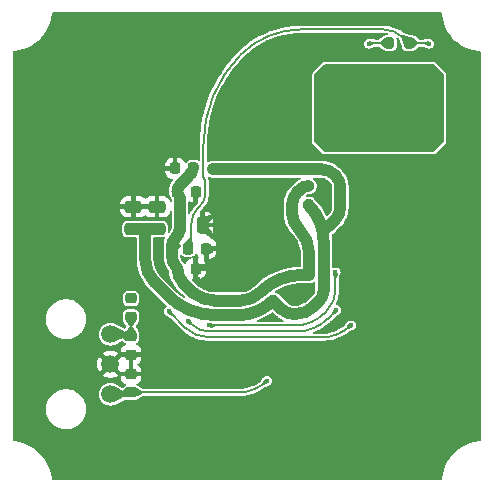
<source format=gbr>
%TF.GenerationSoftware,KiCad,Pcbnew,8.0.5*%
%TF.CreationDate,2024-12-30T22:32:32+01:00*%
%TF.ProjectId,DigitalAudioProcessor,44696769-7461-46c4-9175-64696f50726f,rev?*%
%TF.SameCoordinates,Original*%
%TF.FileFunction,Copper,L4,Bot*%
%TF.FilePolarity,Positive*%
%FSLAX46Y46*%
G04 Gerber Fmt 4.6, Leading zero omitted, Abs format (unit mm)*
G04 Created by KiCad (PCBNEW 8.0.5) date 2024-12-30 22:32:32*
%MOMM*%
%LPD*%
G01*
G04 APERTURE LIST*
G04 Aperture macros list*
%AMRoundRect*
0 Rectangle with rounded corners*
0 $1 Rounding radius*
0 $2 $3 $4 $5 $6 $7 $8 $9 X,Y pos of 4 corners*
0 Add a 4 corners polygon primitive as box body*
4,1,4,$2,$3,$4,$5,$6,$7,$8,$9,$2,$3,0*
0 Add four circle primitives for the rounded corners*
1,1,$1+$1,$2,$3*
1,1,$1+$1,$4,$5*
1,1,$1+$1,$6,$7*
1,1,$1+$1,$8,$9*
0 Add four rect primitives between the rounded corners*
20,1,$1+$1,$2,$3,$4,$5,0*
20,1,$1+$1,$4,$5,$6,$7,0*
20,1,$1+$1,$6,$7,$8,$9,0*
20,1,$1+$1,$8,$9,$2,$3,0*%
G04 Aperture macros list end*
%TA.AperFunction,EtchedComponent*%
%ADD10C,0.200000*%
%TD*%
%TA.AperFunction,ComponentPad*%
%ADD11C,1.500000*%
%TD*%
%TA.AperFunction,SMDPad,CuDef*%
%ADD12RoundRect,0.200000X-0.200000X-0.275000X0.200000X-0.275000X0.200000X0.275000X-0.200000X0.275000X0*%
%TD*%
%TA.AperFunction,SMDPad,CuDef*%
%ADD13RoundRect,0.218750X-0.256250X0.218750X-0.256250X-0.218750X0.256250X-0.218750X0.256250X0.218750X0*%
%TD*%
%TA.AperFunction,SMDPad,CuDef*%
%ADD14RoundRect,0.250000X0.475000X-0.250000X0.475000X0.250000X-0.475000X0.250000X-0.475000X-0.250000X0*%
%TD*%
%TA.AperFunction,SMDPad,CuDef*%
%ADD15RoundRect,0.225000X0.250000X-0.225000X0.250000X0.225000X-0.250000X0.225000X-0.250000X-0.225000X0*%
%TD*%
%TA.AperFunction,SMDPad,CuDef*%
%ADD16RoundRect,0.225000X-0.225000X-0.250000X0.225000X-0.250000X0.225000X0.250000X-0.225000X0.250000X0*%
%TD*%
%TA.AperFunction,SMDPad,CuDef*%
%ADD17RoundRect,0.250000X0.250000X0.475000X-0.250000X0.475000X-0.250000X-0.475000X0.250000X-0.475000X0*%
%TD*%
%TA.AperFunction,SMDPad,CuDef*%
%ADD18RoundRect,0.225000X0.225000X0.250000X-0.225000X0.250000X-0.225000X-0.250000X0.225000X-0.250000X0*%
%TD*%
%TA.AperFunction,ViaPad*%
%ADD19C,0.450000*%
%TD*%
%TA.AperFunction,Conductor*%
%ADD20C,0.200000*%
%TD*%
%TA.AperFunction,Conductor*%
%ADD21C,1.000000*%
%TD*%
%TA.AperFunction,Conductor*%
%ADD22C,0.500000*%
%TD*%
G04 APERTURE END LIST*
D10*
%TO.C,REF\u002A\u002A*%
X166600000Y-85500000D02*
X166600000Y-91100000D01*
X165800000Y-91900000D01*
X156600000Y-91900000D01*
X155800000Y-91100000D01*
X155800000Y-85500000D01*
X156600000Y-84700000D01*
X165800000Y-84700000D01*
X166600000Y-85500000D01*
%TA.AperFunction,EtchedComponent*%
G36*
X166600000Y-85500000D02*
G01*
X166600000Y-91100000D01*
X165800000Y-91900000D01*
X156600000Y-91900000D01*
X155800000Y-91100000D01*
X155800000Y-85500000D01*
X156600000Y-84700000D01*
X165800000Y-84700000D01*
X166600000Y-85500000D01*
G37*
%TD.AperFunction*%
%TD*%
D11*
%TO.P,U1,3,VCC*%
%TO.N,Net-(U1-VCC)*%
X138450000Y-107460000D03*
%TO.P,U1,2,GND*%
%TO.N,GND*%
X138450000Y-110000000D03*
%TO.P,U1,1,OUT*%
%TO.N,Net-(U1-OUT)*%
X138450000Y-112540000D03*
%TD*%
D12*
%TO.P,R1,1*%
%TO.N,+3.3V*%
X162075000Y-82800000D03*
%TO.P,R1,2*%
%TO.N,Net-(J1-Pin_5)*%
X163725000Y-82800000D03*
%TD*%
D13*
%TO.P,FB1,1*%
%TO.N,+3.3V*%
X140200000Y-104412500D03*
%TO.P,FB1,2*%
%TO.N,Net-(U1-VCC)*%
X140200000Y-105987500D03*
%TD*%
D14*
%TO.P,C17,1*%
%TO.N,VCC*%
X140400000Y-98550000D03*
%TO.P,C17,2*%
%TO.N,GND*%
X140400000Y-96650000D03*
%TD*%
%TO.P,C16,1*%
%TO.N,VCC*%
X142400000Y-98550000D03*
%TO.P,C16,2*%
%TO.N,GND*%
X142400000Y-96650000D03*
%TD*%
D15*
%TO.P,C15,1*%
%TO.N,GND*%
X140200000Y-109175000D03*
%TO.P,C15,2*%
%TO.N,Net-(U1-VCC)*%
X140200000Y-107625000D03*
%TD*%
%TO.P,C14,1*%
%TO.N,Net-(U1-OUT)*%
X140200000Y-112375000D03*
%TO.P,C14,2*%
%TO.N,GND*%
X140200000Y-110825000D03*
%TD*%
D16*
%TO.P,C13,1*%
%TO.N,Net-(J1-Pin_5)*%
X145025000Y-100200000D03*
%TO.P,C13,2*%
%TO.N,GND*%
X146575000Y-100200000D03*
%TD*%
D17*
%TO.P,C6,1*%
%TO.N,GND*%
X146250000Y-98200000D03*
%TO.P,C6,2*%
%TO.N,+3.3V*%
X144350000Y-98200000D03*
%TD*%
D18*
%TO.P,C5,1*%
%TO.N,GND*%
X145675000Y-101900000D03*
%TO.P,C5,2*%
%TO.N,+3.3V*%
X144125000Y-101900000D03*
%TD*%
D16*
%TO.P,C2,1*%
%TO.N,GND*%
X143925000Y-93400000D03*
%TO.P,C2,2*%
%TO.N,+3.3V*%
X145475000Y-93400000D03*
%TD*%
D18*
%TO.P,C1,1*%
%TO.N,GND*%
X145675000Y-95400000D03*
%TO.P,C1,2*%
%TO.N,+3.3V*%
X144125000Y-95400000D03*
%TD*%
D19*
%TO.N,GND*%
X159800000Y-109700000D03*
X141980000Y-84540000D03*
X133800000Y-118400000D03*
X167500000Y-102900000D03*
X159500000Y-112300000D03*
X160500000Y-105900000D03*
X160300000Y-102300000D03*
X160700000Y-100800000D03*
X159700000Y-98600000D03*
X142100000Y-89200000D03*
X150200000Y-88500000D03*
X152100000Y-91900000D03*
X155100000Y-91800000D03*
X137100000Y-92400000D03*
X139000000Y-102900000D03*
X131200000Y-101600000D03*
X131300000Y-97400000D03*
X158190000Y-93460000D03*
X168800000Y-84900000D03*
X134100000Y-83400000D03*
X141500000Y-91700000D03*
X145900000Y-109100000D03*
X149000000Y-108900000D03*
X152500000Y-110600000D03*
X155400000Y-110600000D03*
X142200000Y-110300000D03*
X143300000Y-106800000D03*
X132600000Y-110000000D03*
X140800000Y-118600000D03*
X149500000Y-118100000D03*
X161700000Y-117800000D03*
X166400000Y-115700000D03*
X163900000Y-111600000D03*
X167400000Y-107300000D03*
X168300000Y-97700000D03*
X164600000Y-99600000D03*
X162100000Y-97000000D03*
X156500000Y-92500000D03*
X152500000Y-106100000D03*
X147600000Y-113900000D03*
X146700000Y-81200000D03*
X143580000Y-82870000D03*
X144870000Y-86790000D03*
X150600000Y-92500000D03*
X159900000Y-95600000D03*
%TO.N,+3.3V*%
X140200000Y-104412500D03*
%TO.N,/I2S_OUT_LRCK*%
X158800000Y-106700000D03*
X143400000Y-105500000D03*
%TO.N,Net-(U3-PA0)*%
X157580000Y-105410000D03*
X145060000Y-106340000D03*
%TO.N,Net-(U3-PA2)*%
X157510000Y-102220000D03*
X146830000Y-106700000D03*
%TO.N,Net-(J1-Pin_5)*%
X145000000Y-100080000D03*
%TO.N,GND*%
X162637500Y-92900000D03*
X157800000Y-116500000D03*
X145700000Y-116500000D03*
X144700000Y-115000000D03*
X156800000Y-115000000D03*
X164800000Y-108600000D03*
X163500000Y-107600000D03*
X167120000Y-91050000D03*
X168300000Y-90000000D03*
X162900000Y-84100000D03*
X162900000Y-81300000D03*
X137840000Y-81650000D03*
X154800000Y-83400000D03*
X155740000Y-84790000D03*
X138830000Y-83100000D03*
X136837500Y-88575000D03*
X135337500Y-87475000D03*
X133837500Y-88575000D03*
X136200000Y-102200000D03*
X136200000Y-100400000D03*
X136200000Y-101300000D03*
%TO.N,+3.3V*%
X145260000Y-93650000D03*
X145690000Y-93160000D03*
X160360000Y-82850000D03*
%TO.N,Net-(J1-Pin_5)*%
X165440000Y-82850000D03*
%TO.N,GND*%
X145890000Y-102750000D03*
%TO.N,+3.3V*%
X147875000Y-104600000D03*
%TO.N,GND*%
X147600000Y-103715835D03*
X152500000Y-101800000D03*
X151100000Y-101800000D03*
X152500000Y-100400000D03*
X151100000Y-100400000D03*
X152500000Y-97600000D03*
X152500000Y-96200000D03*
X151100000Y-96200000D03*
X151100000Y-97600000D03*
X148300000Y-96200000D03*
X146900000Y-96200000D03*
X146900000Y-97600000D03*
X148300000Y-97600000D03*
X146900000Y-100400000D03*
X146900000Y-101800000D03*
X148300000Y-101800000D03*
X148300000Y-100400000D03*
X151100000Y-99000000D03*
X152500000Y-99000000D03*
X148300000Y-99000000D03*
X146900000Y-99000000D03*
X149700000Y-100400000D03*
X149700000Y-101800000D03*
X149700000Y-97600000D03*
X149700000Y-96200000D03*
X149700000Y-99000000D03*
X156775000Y-94900000D03*
X156775000Y-96500000D03*
X155300000Y-103975000D03*
X153775000Y-104600000D03*
X147100000Y-91925000D03*
X145600000Y-95200000D03*
X140000000Y-96800000D03*
X142625000Y-101900000D03*
X142625000Y-100000000D03*
X142630000Y-97700000D03*
X142625000Y-96800000D03*
X142625000Y-95200000D03*
X143925000Y-93400000D03*
%TO.N,+3.3V*%
X144175000Y-100000000D03*
%TO.N,VCC*%
X141200000Y-98400000D03*
X140600000Y-98400000D03*
X147107322Y-93492678D03*
X152225000Y-104600000D03*
X155225000Y-96500000D03*
%TO.N,+3.3V*%
X155300000Y-102425000D03*
X155225000Y-94900000D03*
X144175000Y-101900000D03*
X144175000Y-98400000D03*
X144175000Y-95200000D03*
%TO.N,Net-(U1-OUT)*%
X151690000Y-111390000D03*
%TD*%
D20*
%TO.N,Net-(U1-VCC)*%
X140200000Y-105987500D02*
X140200000Y-107625000D01*
X140200000Y-107625000D02*
G75*
G03*
X139801655Y-107460019I-398300J-398300D01*
G01*
X139801655Y-107460000D02*
X138450000Y-107460000D01*
%TO.N,/I2S_OUT_LRCK*%
X146770000Y-107710000D02*
X156361645Y-107710000D01*
X143400000Y-105500000D02*
X144789755Y-106889755D01*
X156361645Y-107710000D02*
G75*
G03*
X158799987Y-106699987I-45J3448400D01*
G01*
X144789755Y-106889755D02*
G75*
G03*
X146770000Y-107709996I1980245J1980255D01*
G01*
%TO.N,Net-(U3-PA0)*%
X156850000Y-106140000D02*
X157580000Y-105410000D01*
X154266792Y-107210000D02*
G75*
G03*
X156850002Y-106140002I8J3653200D01*
G01*
X146770000Y-107210000D02*
X154266792Y-107210000D01*
X145336030Y-106616030D02*
G75*
G03*
X146770000Y-107210012I1433970J1433930D01*
G01*
X145060000Y-106340000D02*
X145336030Y-106616030D01*
%TO.N,Net-(U3-PA2)*%
X157510000Y-103670000D02*
X157510000Y-102220000D01*
X156767538Y-105462462D02*
G75*
G03*
X157510007Y-103670000I-1792438J1792462D01*
G01*
X156520000Y-105710000D02*
X156767538Y-105462462D01*
X154129929Y-106700000D02*
G75*
G03*
X156519992Y-105709992I-29J3380100D01*
G01*
X146830000Y-106700000D02*
X154129929Y-106700000D01*
D21*
%TO.N,+3.3V*%
X154705107Y-102425000D02*
X155300000Y-102425000D01*
X147875000Y-104600000D02*
X149454193Y-104600000D01*
X151120000Y-103910000D02*
G75*
G02*
X154705107Y-102425003I3585100J-3585100D01*
G01*
X149454193Y-104600000D02*
G75*
G03*
X151120002Y-103910002I7J2355800D01*
G01*
D20*
X160480710Y-82800000D02*
G75*
G03*
X160359997Y-82849997I-10J-170700D01*
G01*
X162075000Y-82800000D02*
X160480710Y-82800000D01*
%TO.N,Net-(J1-Pin_5)*%
X165319290Y-82800000D02*
G75*
G02*
X165440003Y-82849997I10J-170700D01*
G01*
X163725000Y-82800000D02*
X165319290Y-82800000D01*
X163294428Y-82369429D02*
X163725000Y-82800000D01*
X154618132Y-81640000D02*
X161533432Y-81640000D01*
X146330000Y-93408284D02*
X146330000Y-91413056D01*
X146330000Y-94132320D02*
X146330000Y-93408284D01*
X146430000Y-94350000D02*
X146411902Y-94330048D01*
X146470000Y-95670000D02*
X146470000Y-94446568D01*
X145880000Y-96730000D02*
X146137660Y-96472340D01*
X145300000Y-99536092D02*
X145300000Y-98130243D01*
X161533432Y-81640000D02*
G75*
G02*
X163294407Y-82369450I-32J-2490400D01*
G01*
X149500000Y-83760000D02*
G75*
G02*
X154618132Y-81640014I5118100J-5118100D01*
G01*
X146330000Y-91413056D02*
G75*
G02*
X149500003Y-83760003I10823050J-4D01*
G01*
X146411902Y-94330048D02*
G75*
G02*
X146329977Y-94132320I197698J197748D01*
G01*
X146470000Y-94446568D02*
G75*
G03*
X146429991Y-94350009I-136600J-32D01*
G01*
X146137660Y-96472340D02*
G75*
G03*
X146469994Y-95670000I-802360J802340D01*
G01*
X145300000Y-98130243D02*
G75*
G02*
X145879987Y-96729987I1980200J43D01*
G01*
X145025000Y-100200000D02*
G75*
G03*
X145299996Y-99536092I-663900J663900D01*
G01*
D21*
%TO.N,VCC*%
X149231376Y-105840000D02*
G75*
G03*
X152225007Y-104600007I24J4233600D01*
G01*
X143304157Y-104164157D02*
G75*
G03*
X147350000Y-105839996I4045843J4045857D01*
G01*
X142210000Y-103070000D02*
X143304157Y-104164157D01*
X147350000Y-105840000D02*
X149231376Y-105840000D01*
%TO.N,+3.3V*%
X145228745Y-103724910D02*
X145348959Y-103841797D01*
X147341399Y-104600000D02*
X147875000Y-104600000D01*
X145090000Y-103590000D02*
X145228745Y-103724910D01*
X144637652Y-103137653D02*
X145090000Y-103590000D01*
X145486176Y-103961026D02*
G75*
G03*
X147341399Y-104599989I1833524J2310826D01*
G01*
X144125000Y-101900000D02*
G75*
G03*
X144637654Y-103137651I1750300J0D01*
G01*
X145348959Y-103841797D02*
X145486176Y-103961026D01*
%TO.N,VCC*%
X157450000Y-97800000D02*
X157019219Y-98230781D01*
X157930000Y-95041127D02*
X157930000Y-96641178D01*
X157440000Y-93960000D02*
X157512010Y-94032010D01*
X147107322Y-93492678D02*
X156311785Y-93492678D01*
X157019219Y-98230781D02*
G75*
G02*
X156369267Y-98499968I-649919J649981D01*
G01*
X157930000Y-96641178D02*
G75*
G02*
X157450007Y-97800007I-1638800J-22D01*
G01*
X157512010Y-94032010D02*
G75*
G02*
X157929983Y-95041127I-1009110J-1009090D01*
G01*
X156311785Y-93492678D02*
G75*
G02*
X157440004Y-93959996I15J-1595522D01*
G01*
X156510000Y-99602264D02*
G75*
G03*
X155224990Y-96500010I-4387300J-36D01*
G01*
X156510000Y-103730000D02*
X156510000Y-99602264D01*
X156128162Y-104651838D02*
G75*
G03*
X156509993Y-103730000I-921862J921838D01*
G01*
X155710000Y-105070000D02*
X156128162Y-104651838D01*
X153980000Y-105740000D02*
X154092477Y-105740000D01*
X152930129Y-105305129D02*
G75*
G03*
X153980000Y-105740012I1049871J1049829D01*
G01*
X154092477Y-105740000D02*
G75*
G03*
X155710007Y-105070007I23J2287500D01*
G01*
X152225000Y-104600000D02*
X152930129Y-105305129D01*
X141400000Y-101114488D02*
G75*
G03*
X142209996Y-103070004I2765500J-12D01*
G01*
X141400000Y-98550000D02*
X141400000Y-101114488D01*
X141400000Y-98550000D02*
X142400000Y-98550000D01*
X140400000Y-98550000D02*
X141400000Y-98550000D01*
D22*
%TO.N,+3.3V*%
X144175000Y-100000000D02*
X143702719Y-100000000D01*
X143702719Y-100000000D02*
G75*
G03*
X143649981Y-100021818I-19J-74600D01*
G01*
D21*
X154250000Y-95450000D02*
X154499479Y-95200521D01*
X153850000Y-96568994D02*
X153850000Y-96415685D01*
X153850000Y-97238752D02*
X153850000Y-96568994D01*
X155300000Y-102425000D02*
X155300000Y-100739360D01*
X154499479Y-95200521D02*
G75*
G02*
X155225000Y-94899988I725521J-725479D01*
G01*
X153850000Y-96415685D02*
G75*
G02*
X154250004Y-95450004I1365700J-15D01*
G01*
X154360000Y-98470000D02*
G75*
G02*
X153850020Y-97238752I1231200J1231200D01*
G01*
X155300000Y-100739360D02*
G75*
G03*
X154359989Y-98470011I-3209400J-40D01*
G01*
X143650000Y-100753249D02*
G75*
G03*
X144125014Y-101899986I1621800J49D01*
G01*
X143650000Y-100021837D02*
X143650000Y-100753249D01*
X144350000Y-98200000D02*
X144350000Y-98331889D01*
X143920000Y-99370000D02*
G75*
G03*
X143650016Y-100021837I651800J-651800D01*
G01*
X144350000Y-98331889D02*
G75*
G02*
X143920003Y-99370003I-1468100J-11D01*
G01*
X144350000Y-95943198D02*
G75*
G03*
X144124999Y-95400001I-768200J-2D01*
G01*
X144350000Y-98200000D02*
X144350000Y-95943198D01*
X144931715Y-94198285D02*
X145294688Y-93835312D01*
X144404307Y-94725693D02*
X144931715Y-94198285D01*
X145294688Y-93835312D02*
G75*
G03*
X145475007Y-93400000I-435288J435312D01*
G01*
X144125000Y-95400000D02*
G75*
G02*
X144404310Y-94725696I953600J0D01*
G01*
D22*
%TO.N,GND*%
X145916421Y-101800000D02*
X146900000Y-101800000D01*
X145675000Y-101900000D02*
G75*
G02*
X145916421Y-101800009I241400J-241400D01*
G01*
X146686611Y-100311611D02*
G75*
G03*
X146900000Y-100399993I213389J213411D01*
G01*
X146575000Y-100200000D02*
X146686611Y-100311611D01*
X146356066Y-98456066D02*
X146900000Y-99000000D01*
X146250000Y-98200000D02*
G75*
G03*
X146356073Y-98456059I362100J0D01*
G01*
X146814645Y-97635355D02*
G75*
G02*
X146900000Y-97599997I85355J-85345D01*
G01*
X146250000Y-98200000D02*
X146814645Y-97635355D01*
D20*
%TO.N,Net-(U1-OUT)*%
X151690000Y-111390000D02*
G75*
G02*
X149312000Y-112375000I-2378000J2378000D01*
G01*
X139801655Y-112540000D02*
X138450000Y-112540000D01*
X149312000Y-112375000D02*
X140200000Y-112375000D01*
X140200000Y-112375000D02*
G75*
G02*
X139801655Y-112539981I-398300J398300D01*
G01*
%TD*%
%TA.AperFunction,Conductor*%
%TO.N,GND*%
G36*
X152234726Y-105600383D02*
G01*
X152486157Y-105851814D01*
X152486321Y-105851962D01*
X152521575Y-105887217D01*
X152713467Y-106040252D01*
X152793797Y-106090728D01*
X152921280Y-106170834D01*
X152921289Y-106170839D01*
X153103997Y-106258829D01*
X153141737Y-106301060D01*
X153138560Y-106357608D01*
X153096329Y-106395348D01*
X153071889Y-106399500D01*
X150914022Y-106399500D01*
X150861696Y-106377826D01*
X150840022Y-106325500D01*
X150861696Y-106273174D01*
X150891155Y-106255122D01*
X150940476Y-106239097D01*
X151298687Y-106090722D01*
X151644152Y-105914699D01*
X151974742Y-105712114D01*
X152138905Y-105592841D01*
X152193976Y-105579620D01*
X152234726Y-105600383D01*
G37*
%TD.AperFunction*%
%TA.AperFunction,Conductor*%
G36*
X155797029Y-103024379D02*
G01*
X155809500Y-103065491D01*
X155809500Y-103726361D01*
X155809144Y-103733614D01*
X155798624Y-103840423D01*
X155795794Y-103854651D01*
X155765700Y-103953860D01*
X155760148Y-103967262D01*
X155711282Y-104058685D01*
X155703223Y-104070747D01*
X155635179Y-104153660D01*
X155630303Y-104159039D01*
X155612803Y-104176540D01*
X155612802Y-104176542D01*
X155216384Y-104572957D01*
X155212850Y-104576267D01*
X155062242Y-104708347D01*
X155054562Y-104714240D01*
X154890023Y-104824180D01*
X154881640Y-104829020D01*
X154704155Y-104916546D01*
X154695212Y-104920250D01*
X154507824Y-104983858D01*
X154498474Y-104986363D01*
X154304392Y-105024967D01*
X154294796Y-105026231D01*
X154184555Y-105033456D01*
X154094731Y-105039342D01*
X154089913Y-105039500D01*
X153983639Y-105039500D01*
X153976386Y-105039144D01*
X153918664Y-105033458D01*
X153834256Y-105025145D01*
X153820028Y-105022314D01*
X153686868Y-104981919D01*
X153673466Y-104976368D01*
X153550739Y-104910767D01*
X153538677Y-104902707D01*
X153428192Y-104812031D01*
X153422812Y-104807155D01*
X153388708Y-104773051D01*
X153388706Y-104773049D01*
X153369658Y-104754000D01*
X153369657Y-104753999D01*
X153367080Y-104751422D01*
X153367069Y-104751412D01*
X152669697Y-104054040D01*
X152669680Y-104054024D01*
X152664518Y-104048862D01*
X152664515Y-104048860D01*
X152664513Y-104048858D01*
X152606901Y-104012658D01*
X152605161Y-104011530D01*
X152556817Y-103979228D01*
X152556811Y-103979225D01*
X152553416Y-103977818D01*
X152542383Y-103972118D01*
X152530859Y-103964878D01*
X152530857Y-103964877D01*
X152530855Y-103964876D01*
X152530853Y-103964875D01*
X152476870Y-103945986D01*
X152472999Y-103944509D01*
X152453557Y-103936456D01*
X152429329Y-103926420D01*
X152429325Y-103926419D01*
X152421639Y-103924890D01*
X152374549Y-103893422D01*
X152363503Y-103837872D01*
X152394971Y-103790782D01*
X152396293Y-103789919D01*
X152517587Y-103712646D01*
X152523157Y-103709430D01*
X152855575Y-103536385D01*
X152861412Y-103533663D01*
X153207631Y-103390256D01*
X153213688Y-103388051D01*
X153571108Y-103275356D01*
X153577300Y-103273697D01*
X153943190Y-103192582D01*
X153949519Y-103191466D01*
X154321069Y-103142551D01*
X154327486Y-103141989D01*
X154703573Y-103125569D01*
X154706797Y-103125500D01*
X155368991Y-103125500D01*
X155368993Y-103125500D01*
X155504328Y-103098580D01*
X155631811Y-103045775D01*
X155694388Y-103003961D01*
X155749937Y-102992913D01*
X155797029Y-103024379D01*
G37*
%TD.AperFunction*%
%TA.AperFunction,Conductor*%
G36*
X143066921Y-99233090D02*
G01*
X143104661Y-99275321D01*
X143103182Y-99328079D01*
X143032288Y-99499243D01*
X143032286Y-99499247D01*
X142977247Y-99704674D01*
X142949496Y-99915529D01*
X142949500Y-100011859D01*
X142949500Y-100670276D01*
X142949498Y-100670314D01*
X142949499Y-100722598D01*
X142949479Y-100722647D01*
X142949483Y-100883687D01*
X142978692Y-101142863D01*
X142978693Y-101142867D01*
X142992037Y-101201326D01*
X143036739Y-101397157D01*
X143122889Y-101643346D01*
X143122893Y-101643354D01*
X143122895Y-101643359D01*
X143236059Y-101878339D01*
X143236064Y-101878348D01*
X143374827Y-102099185D01*
X143427453Y-102165175D01*
X143443133Y-102203028D01*
X143455318Y-102311176D01*
X143516570Y-102579535D01*
X143516573Y-102579547D01*
X143607481Y-102839349D01*
X143607485Y-102839358D01*
X143607487Y-102839362D01*
X143658714Y-102945735D01*
X143726919Y-103087365D01*
X143726921Y-103087369D01*
X143726922Y-103087370D01*
X143761241Y-103141989D01*
X143873378Y-103320453D01*
X144044996Y-103535654D01*
X144045001Y-103535659D01*
X144045002Y-103535660D01*
X144096795Y-103587452D01*
X144544603Y-104035259D01*
X144549743Y-104041433D01*
X144549850Y-104041344D01*
X144552195Y-104044121D01*
X144552196Y-104044122D01*
X144552197Y-104044123D01*
X144562396Y-104054040D01*
X144597781Y-104088447D01*
X144598518Y-104089175D01*
X144643457Y-104134113D01*
X144646273Y-104136424D01*
X144646184Y-104136532D01*
X144652426Y-104141582D01*
X144690944Y-104179036D01*
X144690943Y-104179036D01*
X144728813Y-104215859D01*
X144728815Y-104215860D01*
X144757705Y-104243952D01*
X144780110Y-104295969D01*
X144759170Y-104348593D01*
X144707153Y-104370998D01*
X144665005Y-104358534D01*
X144401039Y-104182157D01*
X144396338Y-104178742D01*
X144091275Y-103938251D01*
X144086857Y-103934477D01*
X143800632Y-103669894D01*
X143798537Y-103667880D01*
X142706800Y-102576143D01*
X142703949Y-102573127D01*
X142553787Y-102405096D01*
X142548628Y-102398628D01*
X142419419Y-102216525D01*
X142415006Y-102209501D01*
X142390508Y-102165175D01*
X142307007Y-102014091D01*
X142303410Y-102006619D01*
X142217973Y-101800354D01*
X142215237Y-101792537D01*
X142153423Y-101577974D01*
X142151585Y-101569923D01*
X142114182Y-101349777D01*
X142113256Y-101341557D01*
X142111005Y-101301472D01*
X142100615Y-101116445D01*
X142100500Y-101112305D01*
X142100500Y-99324500D01*
X142122174Y-99272174D01*
X142174500Y-99250500D01*
X142929258Y-99250500D01*
X142929266Y-99250500D01*
X142959699Y-99247646D01*
X142976715Y-99241692D01*
X143010373Y-99229915D01*
X143066921Y-99233090D01*
G37*
%TD.AperFunction*%
%TA.AperFunction,Conductor*%
G36*
X146808693Y-94127197D02*
G01*
X146902994Y-94166258D01*
X147038329Y-94193178D01*
X154524788Y-94193178D01*
X154577114Y-94214852D01*
X154598788Y-94267178D01*
X154577114Y-94319504D01*
X154553107Y-94335545D01*
X154459726Y-94374225D01*
X154459721Y-94374228D01*
X154263713Y-94487398D01*
X154084154Y-94625185D01*
X154042513Y-94666830D01*
X154042511Y-94666832D01*
X153703465Y-95005877D01*
X153703384Y-95005966D01*
X153672621Y-95036729D01*
X153527939Y-95218154D01*
X153404467Y-95414659D01*
X153394572Y-95435207D01*
X153304421Y-95622405D01*
X153303776Y-95623744D01*
X153303772Y-95623754D01*
X153227130Y-95842779D01*
X153227126Y-95842791D01*
X153175487Y-96069031D01*
X153149500Y-96299648D01*
X153149500Y-97311129D01*
X153149518Y-97311521D01*
X153149518Y-97346565D01*
X153149518Y-97375859D01*
X153180218Y-97648389D01*
X153180219Y-97648394D01*
X153241238Y-97915761D01*
X153241239Y-97915766D01*
X153241240Y-97915767D01*
X153331816Y-98174631D01*
X153450807Y-98421726D01*
X153450809Y-98421730D01*
X153450810Y-98421731D01*
X153450810Y-98421732D01*
X153574554Y-98618673D01*
X153596716Y-98653944D01*
X153767709Y-98868364D01*
X153767712Y-98868367D01*
X153804641Y-98905296D01*
X153804644Y-98905300D01*
X153863198Y-98963854D01*
X153866050Y-98966870D01*
X154049382Y-99172019D01*
X154054555Y-99178507D01*
X154212551Y-99401181D01*
X154216963Y-99408202D01*
X154303008Y-99563888D01*
X154349036Y-99647167D01*
X154352637Y-99654644D01*
X154457127Y-99906901D01*
X154459868Y-99914734D01*
X154535457Y-100177103D01*
X154537303Y-100185193D01*
X154583039Y-100454360D01*
X154583969Y-100462606D01*
X154599384Y-100737018D01*
X154599500Y-100741168D01*
X154599500Y-101650503D01*
X154577826Y-101702829D01*
X154525500Y-101724503D01*
X154478380Y-101724503D01*
X154026328Y-101760079D01*
X154026325Y-101760079D01*
X153578456Y-101831014D01*
X153578431Y-101831019D01*
X153137540Y-101936867D01*
X153137512Y-101936875D01*
X152706280Y-102076991D01*
X152706240Y-102077006D01*
X152287338Y-102250520D01*
X152287331Y-102250523D01*
X151883282Y-102456395D01*
X151883281Y-102456396D01*
X151496663Y-102693316D01*
X151496647Y-102693326D01*
X151129804Y-102959854D01*
X150784998Y-103254346D01*
X150626398Y-103412945D01*
X150622864Y-103416255D01*
X150465526Y-103554237D01*
X150457846Y-103560130D01*
X150285880Y-103675033D01*
X150277497Y-103679873D01*
X150092000Y-103771350D01*
X150083057Y-103775054D01*
X149887209Y-103841535D01*
X149877859Y-103844040D01*
X149675016Y-103884387D01*
X149665420Y-103885651D01*
X149522902Y-103894992D01*
X149456538Y-103899342D01*
X149451711Y-103899500D01*
X147424388Y-103899500D01*
X147416641Y-103899093D01*
X147415173Y-103898938D01*
X147339103Y-103899498D01*
X147338559Y-103899500D01*
X147337707Y-103899500D01*
X147334071Y-103899411D01*
X147086651Y-103887240D01*
X147078339Y-103886358D01*
X146835862Y-103846688D01*
X146827703Y-103844875D01*
X146802900Y-103837872D01*
X146591238Y-103778111D01*
X146583341Y-103775391D01*
X146515190Y-103747521D01*
X146355908Y-103682382D01*
X146348363Y-103678786D01*
X146132881Y-103560728D01*
X146125789Y-103556304D01*
X145930466Y-103418557D01*
X145924556Y-103413923D01*
X145922950Y-103412526D01*
X145922943Y-103412520D01*
X145877039Y-103372620D01*
X145831121Y-103332735D01*
X145824680Y-103327144D01*
X145821608Y-103324321D01*
X145717138Y-103222742D01*
X145717137Y-103222741D01*
X145582165Y-103091499D01*
X145581427Y-103090771D01*
X145494618Y-103003962D01*
X145391980Y-102901325D01*
X145370307Y-102849000D01*
X145391981Y-102796674D01*
X145444307Y-102775000D01*
X145475000Y-102775000D01*
X145875000Y-102775000D01*
X145963110Y-102775000D01*
X145998551Y-102772210D01*
X146150191Y-102728154D01*
X146286111Y-102647771D01*
X146397771Y-102536111D01*
X146478154Y-102400191D01*
X146522210Y-102248551D01*
X146525000Y-102213110D01*
X146525000Y-102100000D01*
X145875000Y-102100000D01*
X145875000Y-102775000D01*
X145475000Y-102775000D01*
X145475000Y-101025000D01*
X145386890Y-101025000D01*
X145351448Y-101027789D01*
X145199808Y-101071845D01*
X145063888Y-101152228D01*
X144952228Y-101263888D01*
X144871845Y-101399808D01*
X144861612Y-101435032D01*
X144826199Y-101479233D01*
X144769904Y-101485448D01*
X144725703Y-101450035D01*
X144724647Y-101448042D01*
X144698528Y-101396780D01*
X144603220Y-101301472D01*
X144516171Y-101257118D01*
X144486672Y-101229849D01*
X144453948Y-101176449D01*
X144448676Y-101166104D01*
X144439052Y-101142870D01*
X144397802Y-101043288D01*
X144394219Y-101032259D01*
X144363186Y-100903011D01*
X144361369Y-100891543D01*
X144361318Y-100890897D01*
X144353319Y-100789297D01*
X144370819Y-100735434D01*
X144421283Y-100709719D01*
X144475148Y-100727219D01*
X144479417Y-100731165D01*
X144546780Y-100798528D01*
X144666874Y-100859719D01*
X144766511Y-100875500D01*
X144766512Y-100875500D01*
X145283489Y-100875500D01*
X145333307Y-100867609D01*
X145383126Y-100859719D01*
X145503220Y-100798528D01*
X145598528Y-100703220D01*
X145624618Y-100652015D01*
X145667682Y-100615235D01*
X145724145Y-100619678D01*
X145760928Y-100662745D01*
X145761612Y-100664967D01*
X145771845Y-100700191D01*
X145852228Y-100836111D01*
X145914791Y-100898674D01*
X145936465Y-100951000D01*
X145914791Y-101003326D01*
X145883863Y-101016136D01*
X145875000Y-101025000D01*
X145875000Y-101700000D01*
X146525000Y-101700000D01*
X146525000Y-101586889D01*
X146522210Y-101551448D01*
X146478154Y-101399808D01*
X146397771Y-101263888D01*
X146335209Y-101201326D01*
X146313535Y-101149000D01*
X146335209Y-101096674D01*
X146366136Y-101083863D01*
X146375000Y-101075000D01*
X146775000Y-101075000D01*
X146863110Y-101075000D01*
X146898551Y-101072210D01*
X147050191Y-101028154D01*
X147186111Y-100947771D01*
X147297771Y-100836111D01*
X147378154Y-100700191D01*
X147422210Y-100548551D01*
X147425000Y-100513110D01*
X147425000Y-100400000D01*
X146775000Y-100400000D01*
X146775000Y-101075000D01*
X146375000Y-101075000D01*
X146375000Y-100074000D01*
X146396674Y-100021674D01*
X146449000Y-100000000D01*
X147425000Y-100000000D01*
X147425000Y-99886889D01*
X147422210Y-99851448D01*
X147378154Y-99699808D01*
X147297771Y-99563888D01*
X147186111Y-99452228D01*
X147050191Y-99371845D01*
X146911584Y-99331576D01*
X146867383Y-99296164D01*
X146861168Y-99239868D01*
X146894563Y-99196818D01*
X146901556Y-99192682D01*
X147017682Y-99076556D01*
X147101281Y-98935199D01*
X147147099Y-98777493D01*
X147150000Y-98740641D01*
X147150000Y-98400000D01*
X146124000Y-98400000D01*
X146071674Y-98378326D01*
X146050000Y-98326000D01*
X146050000Y-98000000D01*
X146450000Y-98000000D01*
X147150000Y-98000000D01*
X147150000Y-97659358D01*
X147147099Y-97622506D01*
X147101281Y-97464800D01*
X147017682Y-97323443D01*
X146901556Y-97207317D01*
X146760199Y-97123718D01*
X146602491Y-97077900D01*
X146602494Y-97077900D01*
X146565641Y-97075000D01*
X146450000Y-97075000D01*
X146450000Y-98000000D01*
X146050000Y-98000000D01*
X146050000Y-97061260D01*
X146038041Y-97032389D01*
X146056403Y-96983602D01*
X146090705Y-96944487D01*
X146093969Y-96941002D01*
X146126140Y-96908831D01*
X146310401Y-96724568D01*
X146310406Y-96724565D01*
X146316493Y-96718478D01*
X146316494Y-96718478D01*
X146328471Y-96706501D01*
X146328484Y-96706495D01*
X146350151Y-96684826D01*
X146350152Y-96684827D01*
X146416666Y-96618311D01*
X146531193Y-96469054D01*
X146625258Y-96306125D01*
X146697252Y-96132313D01*
X146745944Y-95950590D01*
X146770500Y-95764066D01*
X146770500Y-95670000D01*
X146770500Y-95622405D01*
X146770500Y-94500118D01*
X146770511Y-94499969D01*
X146770509Y-94494095D01*
X146770511Y-94494092D01*
X146770507Y-94477167D01*
X146770518Y-94477138D01*
X146770512Y-94446498D01*
X146770513Y-94446498D01*
X146770504Y-94403459D01*
X146753696Y-94319037D01*
X146720746Y-94239515D01*
X146718853Y-94236683D01*
X146707800Y-94181136D01*
X146739261Y-94134041D01*
X146794809Y-94122987D01*
X146808693Y-94127197D01*
G37*
%TD.AperFunction*%
%TA.AperFunction,Conductor*%
G36*
X156314689Y-94193406D02*
G01*
X156446005Y-94203739D01*
X156457468Y-94205555D01*
X156582714Y-94235623D01*
X156593743Y-94239206D01*
X156710608Y-94287613D01*
X156712747Y-94288499D01*
X156723092Y-94293770D01*
X156832916Y-94361070D01*
X156842306Y-94367892D01*
X156942400Y-94453380D01*
X156946667Y-94457324D01*
X157014100Y-94524757D01*
X157018977Y-94530139D01*
X157102411Y-94631806D01*
X157110471Y-94643868D01*
X157170742Y-94756631D01*
X157176293Y-94770033D01*
X157213407Y-94892387D01*
X157216237Y-94906615D01*
X157229143Y-95037677D01*
X157229499Y-95044929D01*
X157229499Y-95124569D01*
X157229500Y-95124586D01*
X157229500Y-96558595D01*
X157229499Y-96558617D01*
X157229499Y-96638280D01*
X157229271Y-96644085D01*
X157218406Y-96782170D01*
X157216590Y-96793636D01*
X157184937Y-96925485D01*
X157181351Y-96936521D01*
X157129462Y-97061794D01*
X157124190Y-97072141D01*
X157053345Y-97187750D01*
X157046520Y-97197144D01*
X156956638Y-97302381D01*
X156952694Y-97306648D01*
X156832933Y-97426409D01*
X156780607Y-97448083D01*
X156728281Y-97426409D01*
X156714673Y-97407678D01*
X156565222Y-97114366D01*
X156565211Y-97114345D01*
X156356326Y-96773479D01*
X156356315Y-96773463D01*
X156121327Y-96450031D01*
X155967214Y-96269589D01*
X155861678Y-96146022D01*
X155720328Y-96004672D01*
X155720328Y-96004671D01*
X155664519Y-95948863D01*
X155664513Y-95948858D01*
X155530859Y-95864877D01*
X155381873Y-95812745D01*
X155381862Y-95812742D01*
X155225000Y-95795068D01*
X155224999Y-95795068D01*
X155192605Y-95798718D01*
X155068140Y-95812741D01*
X155013718Y-95797063D01*
X154986321Y-95747492D01*
X155002000Y-95693069D01*
X155014802Y-95680503D01*
X155054513Y-95650030D01*
X155071236Y-95640374D01*
X155131751Y-95615308D01*
X155150405Y-95610309D01*
X155220108Y-95601132D01*
X155229767Y-95600500D01*
X155303924Y-95600500D01*
X155303927Y-95600500D01*
X155457824Y-95565374D01*
X155600046Y-95496883D01*
X155723462Y-95398462D01*
X155821883Y-95275046D01*
X155890374Y-95132824D01*
X155925500Y-94978927D01*
X155925500Y-94821073D01*
X155890374Y-94667176D01*
X155821883Y-94524954D01*
X155723462Y-94401538D01*
X155627528Y-94325033D01*
X155600132Y-94275463D01*
X155615812Y-94221039D01*
X155665382Y-94193643D01*
X155673667Y-94193178D01*
X156232864Y-94193178D01*
X156308884Y-94193178D01*
X156314689Y-94193406D01*
G37*
%TD.AperFunction*%
%TA.AperFunction,Conductor*%
G36*
X145853326Y-95221674D02*
G01*
X145875000Y-95274000D01*
X145875000Y-96279376D01*
X145853326Y-96331702D01*
X145701170Y-96483859D01*
X145689201Y-96495828D01*
X145689158Y-96495845D01*
X145576935Y-96608066D01*
X145417213Y-96808352D01*
X145280924Y-97025259D01*
X145191172Y-97211635D01*
X145148941Y-97249375D01*
X145092393Y-97246200D01*
X145054653Y-97203969D01*
X145050500Y-97179528D01*
X145050500Y-96269589D01*
X145072174Y-96217263D01*
X145124500Y-96195589D01*
X145162170Y-96205894D01*
X145199810Y-96228154D01*
X145351448Y-96272210D01*
X145386890Y-96275000D01*
X145475000Y-96275000D01*
X145475000Y-95274000D01*
X145496674Y-95221674D01*
X145549000Y-95200000D01*
X145801000Y-95200000D01*
X145853326Y-95221674D01*
G37*
%TD.AperFunction*%
%TA.AperFunction,Conductor*%
G36*
X166492610Y-80222174D02*
G01*
X166514183Y-80270627D01*
X166519173Y-80365853D01*
X166519173Y-80365854D01*
X166576483Y-80727693D01*
X166671299Y-81081552D01*
X166801175Y-81419888D01*
X166802591Y-81423578D01*
X166968911Y-81750000D01*
X167168441Y-82057248D01*
X167398993Y-82341957D01*
X167658043Y-82601007D01*
X167942752Y-82831559D01*
X168250000Y-83031089D01*
X168576422Y-83197409D01*
X168918441Y-83328698D01*
X168918443Y-83328698D01*
X168918447Y-83328700D01*
X169083811Y-83373009D01*
X169272309Y-83423517D01*
X169634150Y-83480827D01*
X169729374Y-83485817D01*
X169780492Y-83510199D01*
X169799500Y-83559715D01*
X169799500Y-116440283D01*
X169777826Y-116492609D01*
X169729374Y-116514182D01*
X169634145Y-116519173D01*
X169272306Y-116576483D01*
X168918447Y-116671299D01*
X168576428Y-116802588D01*
X168250001Y-116968910D01*
X167942750Y-117168442D01*
X167658040Y-117398995D01*
X167398995Y-117658040D01*
X167168442Y-117942750D01*
X166968910Y-118250001D01*
X166802588Y-118576428D01*
X166671299Y-118918447D01*
X166576483Y-119272306D01*
X166519173Y-119634145D01*
X166519173Y-119634146D01*
X166514183Y-119729373D01*
X166489800Y-119780493D01*
X166440284Y-119799500D01*
X133559716Y-119799500D01*
X133507390Y-119777826D01*
X133485817Y-119729373D01*
X133480827Y-119634150D01*
X133423517Y-119272309D01*
X133328698Y-118918441D01*
X133197409Y-118576422D01*
X133031089Y-118250000D01*
X132831559Y-117942752D01*
X132601007Y-117658043D01*
X132341957Y-117398993D01*
X132057248Y-117168441D01*
X131750000Y-116968911D01*
X131423578Y-116802591D01*
X131423573Y-116802589D01*
X131423571Y-116802588D01*
X131081552Y-116671299D01*
X130727693Y-116576483D01*
X130365854Y-116519173D01*
X130270626Y-116514182D01*
X130219507Y-116489798D01*
X130200500Y-116440283D01*
X130200500Y-113698544D01*
X132999500Y-113698544D01*
X132999500Y-113921455D01*
X133028595Y-114142461D01*
X133086290Y-114357782D01*
X133171591Y-114563717D01*
X133171594Y-114563725D01*
X133283049Y-114756770D01*
X133283053Y-114756776D01*
X133418747Y-114933618D01*
X133576381Y-115091252D01*
X133753223Y-115226946D01*
X133753226Y-115226948D01*
X133946274Y-115338405D01*
X134152219Y-115423710D01*
X134367537Y-115481404D01*
X134588543Y-115510500D01*
X134588545Y-115510500D01*
X134811455Y-115510500D01*
X134811457Y-115510500D01*
X135032463Y-115481404D01*
X135247781Y-115423710D01*
X135453726Y-115338405D01*
X135646774Y-115226948D01*
X135742309Y-115153641D01*
X135823618Y-115091252D01*
X135823619Y-115091250D01*
X135823624Y-115091247D01*
X135981247Y-114933624D01*
X136116948Y-114756774D01*
X136228405Y-114563726D01*
X136313710Y-114357781D01*
X136371404Y-114142463D01*
X136400500Y-113921457D01*
X136400500Y-113698543D01*
X136371404Y-113477537D01*
X136313710Y-113262219D01*
X136228405Y-113056274D01*
X136188738Y-112987569D01*
X136116950Y-112863229D01*
X136116946Y-112863223D01*
X135981252Y-112686381D01*
X135834871Y-112540000D01*
X137494901Y-112540000D01*
X137513253Y-112726332D01*
X137567605Y-112905505D01*
X137655859Y-113070617D01*
X137655862Y-113070622D01*
X137655864Y-113070625D01*
X137774643Y-113215357D01*
X137919375Y-113334136D01*
X137919380Y-113334138D01*
X137919382Y-113334140D01*
X138084494Y-113422394D01*
X138084496Y-113422394D01*
X138084499Y-113422396D01*
X138263669Y-113476747D01*
X138450000Y-113495099D01*
X138636331Y-113476747D01*
X138815501Y-113422396D01*
X138828063Y-113415681D01*
X138838823Y-113411327D01*
X138838794Y-113411252D01*
X138842168Y-113409918D01*
X138842174Y-113409917D01*
X139667144Y-112986230D01*
X139721236Y-112980892D01*
X139799970Y-113003336D01*
X139799973Y-113003336D01*
X139801757Y-113003845D01*
X139801691Y-113004074D01*
X139816063Y-113009305D01*
X139816874Y-113009719D01*
X139883299Y-113020239D01*
X139916511Y-113025500D01*
X139916512Y-113025500D01*
X140483489Y-113025500D01*
X140508397Y-113021554D01*
X140583126Y-113009719D01*
X140618062Y-112991917D01*
X140628494Y-112987572D01*
X140646012Y-112981804D01*
X141170958Y-112685078D01*
X141207372Y-112675500D01*
X149356092Y-112675500D01*
X149356108Y-112675499D01*
X149471955Y-112675499D01*
X149790615Y-112647619D01*
X149790614Y-112647619D01*
X149790638Y-112647617D01*
X150105682Y-112592067D01*
X150414685Y-112509270D01*
X150715296Y-112399856D01*
X151005227Y-112264659D01*
X151282272Y-112104707D01*
X151544321Y-111921218D01*
X151561794Y-111906554D01*
X151582393Y-111894331D01*
X151839914Y-111793576D01*
X151842140Y-111792690D01*
X151842308Y-111792622D01*
X151856734Y-111783109D01*
X151863866Y-111778960D01*
X151906620Y-111757176D01*
X151943220Y-111738528D01*
X152038528Y-111643220D01*
X152099719Y-111523126D01*
X152120804Y-111390000D01*
X152099719Y-111256874D01*
X152099719Y-111256873D01*
X152038528Y-111136780D01*
X151943219Y-111041471D01*
X151823126Y-110980281D01*
X151823126Y-110980280D01*
X151690000Y-110959196D01*
X151556873Y-110980280D01*
X151556873Y-110980281D01*
X151436780Y-111041471D01*
X151341471Y-111136780D01*
X151312870Y-111192912D01*
X151304099Y-111206310D01*
X151295991Y-111216171D01*
X151295991Y-111216172D01*
X151185963Y-111421605D01*
X151164812Y-111446104D01*
X151016356Y-111556206D01*
X151010318Y-111560241D01*
X150758766Y-111711016D01*
X150752361Y-111714439D01*
X150487254Y-111839825D01*
X150480545Y-111842604D01*
X150204417Y-111941405D01*
X150197467Y-111943513D01*
X149912993Y-112014769D01*
X149905871Y-112016186D01*
X149615775Y-112059218D01*
X149608548Y-112059930D01*
X149313789Y-112074411D01*
X149310158Y-112074500D01*
X141207373Y-112074500D01*
X141170959Y-112064921D01*
X140653725Y-111772554D01*
X140618839Y-111727938D01*
X140625719Y-111671720D01*
X140669496Y-111637072D01*
X140700190Y-111628155D01*
X140836111Y-111547771D01*
X140947771Y-111436111D01*
X141028154Y-111300191D01*
X141072210Y-111148551D01*
X141075000Y-111113110D01*
X141075000Y-111025000D01*
X139325000Y-111025000D01*
X139325000Y-111113110D01*
X139327789Y-111148551D01*
X139371845Y-111300191D01*
X139452228Y-111436111D01*
X139563888Y-111547771D01*
X139699808Y-111628154D01*
X139735030Y-111638387D01*
X139779231Y-111673799D01*
X139785447Y-111730094D01*
X139750035Y-111774295D01*
X139747981Y-111775383D01*
X139696780Y-111801471D01*
X139672188Y-111826062D01*
X139656629Y-111837955D01*
X139647953Y-111842921D01*
X139647942Y-111842929D01*
X139502808Y-111969257D01*
X139449110Y-111987263D01*
X139419348Y-111978706D01*
X138845237Y-111671920D01*
X138844455Y-111671526D01*
X138836359Y-111667448D01*
X138836095Y-111667323D01*
X138835343Y-111666966D01*
X138834352Y-111666625D01*
X138823599Y-111661932D01*
X138815505Y-111657606D01*
X138815504Y-111657605D01*
X138815501Y-111657604D01*
X138686198Y-111618380D01*
X138636332Y-111603253D01*
X138450000Y-111584901D01*
X138263667Y-111603253D01*
X138084494Y-111657605D01*
X137919382Y-111745859D01*
X137919373Y-111745865D01*
X137774643Y-111864643D01*
X137655865Y-112009373D01*
X137655859Y-112009382D01*
X137567605Y-112174494D01*
X137513253Y-112353667D01*
X137494901Y-112540000D01*
X135834871Y-112540000D01*
X135823618Y-112528747D01*
X135646776Y-112393053D01*
X135646770Y-112393049D01*
X135453725Y-112281594D01*
X135453717Y-112281591D01*
X135247782Y-112196290D01*
X135032461Y-112138595D01*
X134869647Y-112117160D01*
X134811457Y-112109500D01*
X134588543Y-112109500D01*
X134537122Y-112116269D01*
X134367538Y-112138595D01*
X134152217Y-112196290D01*
X133946282Y-112281591D01*
X133946274Y-112281594D01*
X133753229Y-112393049D01*
X133753223Y-112393053D01*
X133576381Y-112528747D01*
X133418747Y-112686381D01*
X133283053Y-112863223D01*
X133283049Y-112863229D01*
X133171594Y-113056274D01*
X133171591Y-113056282D01*
X133086290Y-113262217D01*
X133028595Y-113477538D01*
X132999500Y-113698544D01*
X130200500Y-113698544D01*
X130200500Y-109999996D01*
X137295073Y-109999996D01*
X137295073Y-110000003D01*
X137314736Y-110212211D01*
X137373061Y-110417202D01*
X137373064Y-110417212D01*
X137468059Y-110607988D01*
X137468063Y-110607994D01*
X137507258Y-110659897D01*
X138063629Y-110103525D01*
X138077259Y-110154394D01*
X138129920Y-110245606D01*
X138204394Y-110320080D01*
X138295606Y-110372741D01*
X138346472Y-110386370D01*
X137789320Y-110943521D01*
X137935200Y-111033844D01*
X137935210Y-111033849D01*
X138133935Y-111110836D01*
X138343433Y-111149999D01*
X138343437Y-111150000D01*
X138556563Y-111150000D01*
X138556566Y-111149999D01*
X138766064Y-111110836D01*
X138964789Y-111033849D01*
X138964799Y-111033844D01*
X139110678Y-110943521D01*
X138553527Y-110386370D01*
X138604394Y-110372741D01*
X138695606Y-110320080D01*
X138770080Y-110245606D01*
X138822741Y-110154394D01*
X138836370Y-110103527D01*
X139357843Y-110625000D01*
X140000000Y-110625000D01*
X140400000Y-110625000D01*
X141075000Y-110625000D01*
X141075000Y-110536889D01*
X141072210Y-110501448D01*
X141028154Y-110349808D01*
X140947771Y-110213888D01*
X140836111Y-110102228D01*
X140770954Y-110063695D01*
X140736948Y-110018403D01*
X140744928Y-109962331D01*
X140770954Y-109936305D01*
X140836111Y-109897771D01*
X140947771Y-109786111D01*
X141028154Y-109650191D01*
X141072210Y-109498551D01*
X141075000Y-109463110D01*
X141075000Y-109375000D01*
X140400000Y-109375000D01*
X140400000Y-110625000D01*
X140000000Y-110625000D01*
X140000000Y-109375000D01*
X139357843Y-109375000D01*
X138836370Y-109896472D01*
X138822741Y-109845606D01*
X138770080Y-109754394D01*
X138695606Y-109679920D01*
X138604394Y-109627259D01*
X138553525Y-109613629D01*
X139110678Y-109056477D01*
X138964799Y-108966155D01*
X138964789Y-108966150D01*
X138766064Y-108889163D01*
X138556566Y-108850000D01*
X138343433Y-108850000D01*
X138133935Y-108889163D01*
X137935210Y-108966150D01*
X137935194Y-108966157D01*
X137789320Y-109056477D01*
X138346472Y-109613629D01*
X138295606Y-109627259D01*
X138204394Y-109679920D01*
X138129920Y-109754394D01*
X138077259Y-109845606D01*
X138063629Y-109896472D01*
X137507258Y-109340101D01*
X137468063Y-109392004D01*
X137468059Y-109392011D01*
X137373064Y-109582787D01*
X137373061Y-109582797D01*
X137314736Y-109787788D01*
X137295073Y-109999996D01*
X130200500Y-109999996D01*
X130200500Y-106078543D01*
X132999500Y-106078543D01*
X132999500Y-106301457D01*
X133006085Y-106351472D01*
X133028595Y-106522461D01*
X133086290Y-106737782D01*
X133171591Y-106943717D01*
X133171594Y-106943725D01*
X133283049Y-107136770D01*
X133283053Y-107136776D01*
X133418747Y-107313618D01*
X133576381Y-107471252D01*
X133753223Y-107606946D01*
X133753229Y-107606950D01*
X133942370Y-107716151D01*
X133946274Y-107718405D01*
X134152219Y-107803710D01*
X134367537Y-107861404D01*
X134588543Y-107890500D01*
X134588545Y-107890500D01*
X134811455Y-107890500D01*
X134811457Y-107890500D01*
X135032463Y-107861404D01*
X135247781Y-107803710D01*
X135453726Y-107718405D01*
X135646774Y-107606948D01*
X135742309Y-107533641D01*
X135823618Y-107471252D01*
X135823619Y-107471250D01*
X135823624Y-107471247D01*
X135834871Y-107460000D01*
X137494901Y-107460000D01*
X137513253Y-107646332D01*
X137567605Y-107825505D01*
X137655859Y-107990617D01*
X137655862Y-107990622D01*
X137655864Y-107990625D01*
X137774643Y-108135357D01*
X137919375Y-108254136D01*
X137919380Y-108254138D01*
X137919382Y-108254140D01*
X138084494Y-108342394D01*
X138084496Y-108342394D01*
X138084499Y-108342396D01*
X138263669Y-108396747D01*
X138450000Y-108415099D01*
X138636331Y-108396747D01*
X138815501Y-108342396D01*
X138831983Y-108333585D01*
X138841885Y-108329485D01*
X138841879Y-108329470D01*
X138845235Y-108328080D01*
X138852599Y-108324145D01*
X139419351Y-108021289D01*
X139475714Y-108015745D01*
X139502808Y-108030738D01*
X139647947Y-108157072D01*
X139659083Y-108163830D01*
X139673018Y-108174766D01*
X139696780Y-108198528D01*
X139747982Y-108224617D01*
X139784764Y-108267683D01*
X139780321Y-108324145D01*
X139737253Y-108360928D01*
X139735032Y-108361612D01*
X139699808Y-108371845D01*
X139563888Y-108452228D01*
X139452228Y-108563888D01*
X139371845Y-108699808D01*
X139327789Y-108851448D01*
X139325000Y-108886889D01*
X139325000Y-108975000D01*
X141075000Y-108975000D01*
X141075000Y-108886889D01*
X141072210Y-108851448D01*
X141028154Y-108699808D01*
X140947771Y-108563888D01*
X140836111Y-108452228D01*
X140700191Y-108371845D01*
X140664967Y-108361612D01*
X140620766Y-108326200D01*
X140614551Y-108269904D01*
X140649963Y-108225703D01*
X140651930Y-108224661D01*
X140703220Y-108198528D01*
X140798528Y-108103220D01*
X140859719Y-107983126D01*
X140875500Y-107883488D01*
X140875500Y-107366512D01*
X140872590Y-107348142D01*
X140860981Y-107274845D01*
X140859719Y-107266874D01*
X140825743Y-107200194D01*
X140822139Y-107191902D01*
X140820103Y-107186303D01*
X140812525Y-107173808D01*
X140809876Y-107169052D01*
X140798528Y-107146780D01*
X140798527Y-107146778D01*
X140797911Y-107145931D01*
X140787810Y-107133056D01*
X140607105Y-106835093D01*
X140598504Y-106779114D01*
X140607582Y-106757574D01*
X140784818Y-106473294D01*
X140795284Y-106460123D01*
X140799658Y-106455751D01*
X140859951Y-106337420D01*
X140875500Y-106239246D01*
X140875500Y-105735754D01*
X140859951Y-105637580D01*
X140799658Y-105519249D01*
X140705751Y-105425342D01*
X140705749Y-105425340D01*
X140587420Y-105365049D01*
X140587420Y-105365048D01*
X140489247Y-105349500D01*
X140489246Y-105349500D01*
X139910754Y-105349500D01*
X139910753Y-105349500D01*
X139812579Y-105365048D01*
X139812579Y-105365049D01*
X139694250Y-105425340D01*
X139600340Y-105519250D01*
X139540049Y-105637579D01*
X139540048Y-105637579D01*
X139524500Y-105735753D01*
X139524500Y-106239246D01*
X139540049Y-106337420D01*
X139600340Y-106455749D01*
X139604712Y-106460121D01*
X139615181Y-106473297D01*
X139792414Y-106757571D01*
X139801705Y-106813441D01*
X139792892Y-106835094D01*
X139716155Y-106961626D01*
X139670489Y-106995128D01*
X139619075Y-106989079D01*
X139565620Y-106961626D01*
X139361049Y-106856563D01*
X139353204Y-106852534D01*
X139353202Y-106852533D01*
X138842190Y-106590090D01*
X138834652Y-106586410D01*
X138834644Y-106586406D01*
X138833791Y-106586011D01*
X138833788Y-106586010D01*
X138832646Y-106585625D01*
X138821434Y-106580775D01*
X138815508Y-106577607D01*
X138815504Y-106577605D01*
X138815501Y-106577604D01*
X138696054Y-106541370D01*
X138636332Y-106523253D01*
X138450000Y-106504901D01*
X138263667Y-106523253D01*
X138084494Y-106577605D01*
X137919382Y-106665859D01*
X137919373Y-106665865D01*
X137774643Y-106784643D01*
X137655865Y-106929373D01*
X137655859Y-106929382D01*
X137567605Y-107094494D01*
X137513253Y-107273667D01*
X137494901Y-107460000D01*
X135834871Y-107460000D01*
X135981247Y-107313624D01*
X136011906Y-107273669D01*
X136051606Y-107221930D01*
X136116948Y-107136774D01*
X136228405Y-106943726D01*
X136313710Y-106737781D01*
X136371404Y-106522463D01*
X136400500Y-106301457D01*
X136400500Y-106078543D01*
X136371404Y-105857537D01*
X136313710Y-105642219D01*
X136228405Y-105436274D01*
X136116948Y-105243226D01*
X136116946Y-105243223D01*
X135981252Y-105066381D01*
X135823618Y-104908747D01*
X135646774Y-104773052D01*
X135646770Y-104773049D01*
X135453725Y-104661594D01*
X135453717Y-104661591D01*
X135247782Y-104576290D01*
X135032461Y-104518595D01*
X134869647Y-104497160D01*
X134811457Y-104489500D01*
X134588543Y-104489500D01*
X134537122Y-104496269D01*
X134367538Y-104518595D01*
X134152217Y-104576290D01*
X133946282Y-104661591D01*
X133946274Y-104661594D01*
X133753229Y-104773049D01*
X133753226Y-104773052D01*
X133576381Y-104908747D01*
X133418747Y-105066381D01*
X133283053Y-105243223D01*
X133283049Y-105243229D01*
X133171594Y-105436274D01*
X133171591Y-105436282D01*
X133086290Y-105642217D01*
X133028595Y-105857538D01*
X133009021Y-106006221D01*
X132999500Y-106078543D01*
X130200500Y-106078543D01*
X130200500Y-104160753D01*
X139524500Y-104160753D01*
X139524500Y-104664246D01*
X139540049Y-104762420D01*
X139600340Y-104880749D01*
X139694250Y-104974659D01*
X139717221Y-104986363D01*
X139812579Y-105034950D01*
X139812579Y-105034951D01*
X139910753Y-105050500D01*
X139910754Y-105050500D01*
X140489247Y-105050500D01*
X140587420Y-105034951D01*
X140705751Y-104974658D01*
X140799658Y-104880751D01*
X140859951Y-104762420D01*
X140875500Y-104664246D01*
X140875500Y-104160754D01*
X140875228Y-104159039D01*
X140871664Y-104136532D01*
X140859951Y-104062580D01*
X140817479Y-103979225D01*
X140799659Y-103944250D01*
X140705749Y-103850340D01*
X140587420Y-103790049D01*
X140587420Y-103790048D01*
X140489247Y-103774500D01*
X140489246Y-103774500D01*
X139910754Y-103774500D01*
X139910753Y-103774500D01*
X139812579Y-103790048D01*
X139812579Y-103790049D01*
X139694250Y-103850340D01*
X139600340Y-103944250D01*
X139540049Y-104062579D01*
X139540048Y-104062579D01*
X139524500Y-104160753D01*
X130200500Y-104160753D01*
X130200500Y-98245734D01*
X139474500Y-98245734D01*
X139474500Y-98854266D01*
X139477354Y-98884699D01*
X139477354Y-98884701D01*
X139477355Y-98884704D01*
X139522206Y-99012881D01*
X139522207Y-99012883D01*
X139602846Y-99122146D01*
X139602853Y-99122153D01*
X139712116Y-99202792D01*
X139712118Y-99202793D01*
X139840295Y-99247644D01*
X139840301Y-99247646D01*
X139870734Y-99250500D01*
X140331007Y-99250500D01*
X140625500Y-99250500D01*
X140677826Y-99272174D01*
X140699500Y-99324500D01*
X140699500Y-101186695D01*
X140699505Y-101186808D01*
X140699505Y-101284758D01*
X140732884Y-101623674D01*
X140799317Y-101957663D01*
X140799319Y-101957672D01*
X140799320Y-101957673D01*
X140888155Y-102250527D01*
X140898175Y-102283557D01*
X140898180Y-102283571D01*
X141028496Y-102598183D01*
X141028499Y-102598190D01*
X141189028Y-102898519D01*
X141189029Y-102898521D01*
X141378223Y-103181672D01*
X141378228Y-103181678D01*
X141594270Y-103444926D01*
X141664022Y-103514678D01*
X141664029Y-103514686D01*
X142790119Y-104640776D01*
X142790124Y-104640786D01*
X142808827Y-104659489D01*
X142971015Y-104821677D01*
X143013837Y-104858782D01*
X143192715Y-105013781D01*
X143218066Y-105064427D01*
X143200180Y-105118166D01*
X143177852Y-105135640D01*
X143146778Y-105151473D01*
X143051471Y-105246780D01*
X142990281Y-105366873D01*
X142990280Y-105366873D01*
X142969196Y-105500000D01*
X142990280Y-105633126D01*
X143051471Y-105753219D01*
X143051472Y-105753220D01*
X143146780Y-105848528D01*
X143202017Y-105876672D01*
X143215729Y-105885704D01*
X143225099Y-105893494D01*
X143264162Y-105914693D01*
X143407540Y-105992502D01*
X143529282Y-106058569D01*
X143546312Y-106071283D01*
X144541026Y-107065997D01*
X144541036Y-107066008D01*
X144543614Y-107068586D01*
X144543615Y-107068587D01*
X144555591Y-107080563D01*
X144555595Y-107080572D01*
X144577267Y-107102244D01*
X144684989Y-107209966D01*
X144837954Y-107335500D01*
X144920519Y-107403258D01*
X145022280Y-107471252D01*
X145173849Y-107572527D01*
X145442557Y-107716154D01*
X145724048Y-107832751D01*
X146015612Y-107921195D01*
X146015614Y-107921195D01*
X146015616Y-107921196D01*
X146306694Y-107979095D01*
X146314441Y-107980636D01*
X146617658Y-108010500D01*
X146617659Y-108010500D01*
X156314051Y-108010500D01*
X156314054Y-108010501D01*
X156330978Y-108010500D01*
X156331020Y-108010517D01*
X156361649Y-108010516D01*
X156361649Y-108010518D01*
X156525325Y-108010516D01*
X156525331Y-108010516D01*
X156851417Y-107981984D01*
X156851419Y-107981983D01*
X156851439Y-107981982D01*
X157173822Y-107925133D01*
X157490024Y-107840404D01*
X157797638Y-107728439D01*
X158094324Y-107590090D01*
X158377823Y-107426411D01*
X158645978Y-107238646D01*
X158665900Y-107221928D01*
X158685841Y-107209965D01*
X158951898Y-107102910D01*
X158953582Y-107102224D01*
X158953645Y-107102198D01*
X158969076Y-107091948D01*
X158976404Y-107087666D01*
X159053220Y-107048528D01*
X159148528Y-106953220D01*
X159209719Y-106833126D01*
X159230804Y-106700000D01*
X159211419Y-106577605D01*
X159209719Y-106566873D01*
X159148528Y-106446780D01*
X159053219Y-106351471D01*
X158933126Y-106290281D01*
X158933126Y-106290280D01*
X158800000Y-106269196D01*
X158666873Y-106290280D01*
X158666873Y-106290281D01*
X158546780Y-106351471D01*
X158451472Y-106446779D01*
X158423783Y-106501120D01*
X158414496Y-106515137D01*
X158407025Y-106524024D01*
X158407025Y-106524025D01*
X158289425Y-106737903D01*
X158268663Y-106761686D01*
X158113421Y-106876823D01*
X158107383Y-106880858D01*
X157848645Y-107035942D01*
X157842240Y-107039365D01*
X157569561Y-107168334D01*
X157562852Y-107171113D01*
X157278839Y-107272737D01*
X157271890Y-107274845D01*
X156979287Y-107348142D01*
X156972165Y-107349559D01*
X156673783Y-107393822D01*
X156666556Y-107394534D01*
X156363818Y-107409411D01*
X156360186Y-107409500D01*
X155661105Y-107409500D01*
X155608779Y-107387826D01*
X155587105Y-107335500D01*
X155608779Y-107283174D01*
X155635796Y-107265963D01*
X155712366Y-107238092D01*
X155781252Y-107213021D01*
X156094150Y-107067114D01*
X156393141Y-106894492D01*
X156675950Y-106696467D01*
X156940423Y-106474548D01*
X157034509Y-106380461D01*
X157034511Y-106380460D01*
X157040811Y-106374160D01*
X157040814Y-106374158D01*
X157062485Y-106352485D01*
X157062486Y-106352486D01*
X157096140Y-106318831D01*
X157433689Y-105981280D01*
X157450711Y-105968572D01*
X157754899Y-105803496D01*
X157767486Y-105793597D01*
X157779628Y-105785833D01*
X157833220Y-105758528D01*
X157928528Y-105663220D01*
X157989719Y-105543126D01*
X158010804Y-105410000D01*
X157989719Y-105276874D01*
X157989719Y-105276873D01*
X157928528Y-105156780D01*
X157833219Y-105061471D01*
X157713126Y-105000281D01*
X157713126Y-105000280D01*
X157599352Y-104982261D01*
X157551061Y-104952668D01*
X157537839Y-104897596D01*
X157542559Y-104880857D01*
X157647970Y-104626377D01*
X157701988Y-104448307D01*
X157728841Y-104359787D01*
X157728843Y-104359778D01*
X157740150Y-104302934D01*
X157783193Y-104086545D01*
X157810499Y-103809295D01*
X157810500Y-103670000D01*
X157810500Y-103622405D01*
X157810500Y-102727422D01*
X157813552Y-102706390D01*
X157845627Y-102598190D01*
X157911916Y-102374569D01*
X157911917Y-102374558D01*
X157912024Y-102374043D01*
X157912336Y-102373151D01*
X157912807Y-102371565D01*
X157912885Y-102371588D01*
X157918568Y-102355383D01*
X157919719Y-102353126D01*
X157940804Y-102220000D01*
X157919719Y-102086874D01*
X157919719Y-102086873D01*
X157858528Y-101966780D01*
X157763219Y-101871471D01*
X157643126Y-101810281D01*
X157643126Y-101810280D01*
X157510000Y-101789196D01*
X157376876Y-101810280D01*
X157376874Y-101810280D01*
X157376874Y-101810281D01*
X157318093Y-101840231D01*
X157261632Y-101844674D01*
X157218565Y-101807891D01*
X157210500Y-101774296D01*
X157210500Y-99632924D01*
X157210513Y-99632890D01*
X157210513Y-99602258D01*
X157210514Y-99602258D01*
X157210513Y-99402360D01*
X157181275Y-99030899D01*
X157198777Y-98977035D01*
X157218049Y-98961007D01*
X157262756Y-98935199D01*
X157271002Y-98930439D01*
X157271003Y-98930438D01*
X157271002Y-98930438D01*
X157271010Y-98930434D01*
X157439456Y-98801194D01*
X157462941Y-98777710D01*
X157462984Y-98777672D01*
X157465759Y-98774896D01*
X157465762Y-98774895D01*
X157514524Y-98726133D01*
X157570336Y-98670325D01*
X157570337Y-98670322D01*
X157573685Y-98666975D01*
X157573713Y-98666942D01*
X157923647Y-98317009D01*
X157923670Y-98316999D01*
X157945334Y-98295334D01*
X157945335Y-98295335D01*
X158038231Y-98202439D01*
X158202052Y-97997013D01*
X158341842Y-97774537D01*
X158455843Y-97537807D01*
X158542621Y-97289802D01*
X158601086Y-97033640D01*
X158630502Y-96772543D01*
X158630500Y-96641169D01*
X158630500Y-96633126D01*
X158630500Y-94972134D01*
X158630500Y-94968649D01*
X158630483Y-94968305D01*
X158630484Y-94921656D01*
X158603732Y-94684191D01*
X158550561Y-94451214D01*
X158471638Y-94225655D01*
X158367957Y-94010351D01*
X158364927Y-94005529D01*
X158240821Y-93808010D01*
X158240817Y-93808005D01*
X158091830Y-93621177D01*
X158091829Y-93621176D01*
X158059099Y-93588445D01*
X158059080Y-93588423D01*
X157958722Y-93488065D01*
X157958715Y-93488049D01*
X157844159Y-93373493D01*
X157844156Y-93373490D01*
X157642532Y-93212701D01*
X157424173Y-93075497D01*
X157424172Y-93075496D01*
X157424168Y-93075494D01*
X157191828Y-92963608D01*
X157191806Y-92963598D01*
X156948417Y-92878434D01*
X156948409Y-92878432D01*
X156696992Y-92821050D01*
X156696990Y-92821049D01*
X156696987Y-92821049D01*
X156440722Y-92792177D01*
X156440718Y-92792177D01*
X156311778Y-92792178D01*
X147038329Y-92792178D01*
X146999964Y-92799809D01*
X146902999Y-92819096D01*
X146902989Y-92819099D01*
X146775513Y-92871901D01*
X146745612Y-92891881D01*
X146690063Y-92902930D01*
X146642971Y-92871464D01*
X146630500Y-92830352D01*
X146630500Y-91414097D01*
X146630529Y-91412022D01*
X146633222Y-91316024D01*
X146646996Y-90825091D01*
X146647226Y-90821011D01*
X146696492Y-90236940D01*
X146696950Y-90232873D01*
X146778884Y-89652516D01*
X146779578Y-89648431D01*
X146893925Y-89073564D01*
X146894834Y-89069586D01*
X147041241Y-88502013D01*
X147042370Y-88498095D01*
X147220370Y-87939625D01*
X147221721Y-87935764D01*
X147430749Y-87388171D01*
X147432316Y-87384385D01*
X147671721Y-86849370D01*
X147673505Y-86845666D01*
X147942531Y-86324917D01*
X147944512Y-86321333D01*
X148242314Y-85816485D01*
X148244493Y-85813017D01*
X148453647Y-85499996D01*
X155494500Y-85499996D01*
X155494500Y-85500000D01*
X155494500Y-91100000D01*
X155494826Y-91114109D01*
X155520530Y-91223398D01*
X155583979Y-91316021D01*
X156383979Y-92116021D01*
X156394186Y-92125767D01*
X156489641Y-92184870D01*
X156600000Y-92205500D01*
X165800009Y-92205500D01*
X165802346Y-92205445D01*
X165814109Y-92205174D01*
X165923398Y-92179470D01*
X166016021Y-92116021D01*
X166816021Y-91316021D01*
X166825767Y-91305814D01*
X166884870Y-91210359D01*
X166905500Y-91100000D01*
X166905500Y-85500000D01*
X166905174Y-85485891D01*
X166879470Y-85376602D01*
X166816021Y-85283979D01*
X166016021Y-84483979D01*
X166005814Y-84474233D01*
X165910359Y-84415130D01*
X165800003Y-84394500D01*
X165800000Y-84394500D01*
X156600000Y-84394500D01*
X156599991Y-84394500D01*
X156587301Y-84394793D01*
X156585891Y-84394826D01*
X156499562Y-84415130D01*
X156476602Y-84420530D01*
X156383982Y-84483976D01*
X156383975Y-84483982D01*
X155583978Y-85283979D01*
X155574231Y-85294188D01*
X155515130Y-85389640D01*
X155494500Y-85499996D01*
X148453647Y-85499996D01*
X148570134Y-85325662D01*
X148572511Y-85322313D01*
X148924956Y-84853995D01*
X148927509Y-84850793D01*
X149305683Y-84402944D01*
X149308397Y-84399908D01*
X149710942Y-83974124D01*
X149714221Y-83970869D01*
X150073024Y-83636812D01*
X150076997Y-83633370D01*
X150458522Y-83325918D01*
X150462713Y-83322780D01*
X150865213Y-83043321D01*
X150869617Y-83040490D01*
X151291004Y-82790470D01*
X151295636Y-82787941D01*
X151733798Y-82568613D01*
X151738567Y-82566436D01*
X152191266Y-82378923D01*
X152196151Y-82377101D01*
X152661081Y-82222358D01*
X152666131Y-82220876D01*
X153140884Y-82099705D01*
X153146010Y-82098589D01*
X153628221Y-82011590D01*
X153633406Y-82010845D01*
X154120598Y-81958468D01*
X154125821Y-81958094D01*
X154617222Y-81940546D01*
X154619832Y-81940500D01*
X154665725Y-81940500D01*
X161485834Y-81940500D01*
X161531343Y-81940500D01*
X161535493Y-81940616D01*
X161774481Y-81954040D01*
X161782719Y-81954969D01*
X161915590Y-81977547D01*
X161963545Y-82007679D01*
X161976147Y-82062896D01*
X161946014Y-82110852D01*
X161903194Y-82124500D01*
X161843480Y-82124500D01*
X161749695Y-82139353D01*
X161749691Y-82139355D01*
X161636662Y-82196946D01*
X161636660Y-82196948D01*
X161601540Y-82232066D01*
X161590416Y-82241208D01*
X161223737Y-82486970D01*
X161182537Y-82499500D01*
X160848288Y-82499500D01*
X160828590Y-82495865D01*
X160828356Y-82496722D01*
X160824845Y-82495761D01*
X160408124Y-82424737D01*
X160391314Y-82422582D01*
X160389937Y-82422463D01*
X160389404Y-82422417D01*
X160384123Y-82422028D01*
X160384122Y-82422028D01*
X160379739Y-82421705D01*
X160379752Y-82421515D01*
X160371855Y-82421073D01*
X160360001Y-82419196D01*
X160359999Y-82419196D01*
X160226874Y-82440280D01*
X160226873Y-82440281D01*
X160106780Y-82501471D01*
X160011471Y-82596780D01*
X159950281Y-82716873D01*
X159950280Y-82716873D01*
X159929196Y-82850000D01*
X159950280Y-82983126D01*
X160010086Y-83100500D01*
X160011472Y-83103220D01*
X160106780Y-83198528D01*
X160226873Y-83259718D01*
X160226873Y-83259719D01*
X160245075Y-83262601D01*
X160360000Y-83280804D01*
X160493126Y-83259719D01*
X160514056Y-83249053D01*
X160531273Y-83242824D01*
X160540745Y-83240674D01*
X160840624Y-83106918D01*
X160870768Y-83100500D01*
X161182540Y-83100500D01*
X161223738Y-83113029D01*
X161590405Y-83358782D01*
X161590410Y-83358785D01*
X161601536Y-83367928D01*
X161636658Y-83403050D01*
X161749696Y-83460646D01*
X161843481Y-83475500D01*
X162306518Y-83475499D01*
X162306519Y-83475499D01*
X162400304Y-83460646D01*
X162400306Y-83460645D01*
X162402419Y-83459568D01*
X162513342Y-83403050D01*
X162603050Y-83313342D01*
X162660646Y-83200304D01*
X162675500Y-83106519D01*
X162675499Y-82493482D01*
X162661319Y-82403948D01*
X162674541Y-82348878D01*
X162722832Y-82319285D01*
X162777230Y-82332022D01*
X162868014Y-82396439D01*
X162894129Y-82429890D01*
X163119438Y-83007294D01*
X163124500Y-83034193D01*
X163124500Y-83106519D01*
X163139353Y-83200304D01*
X163139354Y-83200306D01*
X163180370Y-83280803D01*
X163196950Y-83313342D01*
X163286658Y-83403050D01*
X163399696Y-83460646D01*
X163493481Y-83475500D01*
X163956518Y-83475499D01*
X163956519Y-83475499D01*
X164050304Y-83460646D01*
X164050306Y-83460645D01*
X164123175Y-83423516D01*
X164163342Y-83403050D01*
X164198468Y-83367922D01*
X164209577Y-83358792D01*
X164576263Y-83113028D01*
X164617460Y-83100500D01*
X164929231Y-83100500D01*
X164959375Y-83106918D01*
X165259253Y-83240674D01*
X165261082Y-83241479D01*
X165261324Y-83241584D01*
X165261326Y-83241585D01*
X165268643Y-83243121D01*
X165287030Y-83249608D01*
X165306874Y-83259719D01*
X165440000Y-83280804D01*
X165573126Y-83259719D01*
X165693220Y-83198528D01*
X165788528Y-83103220D01*
X165849719Y-82983126D01*
X165870804Y-82850000D01*
X165849719Y-82716874D01*
X165849719Y-82716873D01*
X165788528Y-82596780D01*
X165693219Y-82501471D01*
X165573126Y-82440281D01*
X165573126Y-82440280D01*
X165440000Y-82419196D01*
X165439998Y-82419196D01*
X165409821Y-82423975D01*
X165396214Y-82424858D01*
X165391877Y-82424738D01*
X165391864Y-82424739D01*
X164975147Y-82495762D01*
X164972373Y-82496459D01*
X164972302Y-82496179D01*
X164951927Y-82499500D01*
X164617461Y-82499500D01*
X164576262Y-82486970D01*
X164209588Y-82241213D01*
X164198461Y-82232069D01*
X164163343Y-82196951D01*
X164163342Y-82196950D01*
X164050304Y-82139354D01*
X164050302Y-82139353D01*
X164050301Y-82139353D01*
X163956520Y-82124500D01*
X163956519Y-82124500D01*
X163868523Y-82124500D01*
X163846983Y-82121296D01*
X163285179Y-81950360D01*
X163259773Y-81936766D01*
X163197982Y-81886053D01*
X163197980Y-81886052D01*
X162969980Y-81733703D01*
X162969981Y-81733703D01*
X162969978Y-81733701D01*
X162969976Y-81733700D01*
X162728140Y-81604431D01*
X162474798Y-81499489D01*
X162474793Y-81499487D01*
X162474784Y-81499484D01*
X162212405Y-81419888D01*
X162212400Y-81419886D01*
X162079807Y-81393509D01*
X161943441Y-81366383D01*
X161943439Y-81366382D01*
X161943435Y-81366382D01*
X161670537Y-81339501D01*
X161670550Y-81339501D01*
X161572996Y-81339500D01*
X161572994Y-81339500D01*
X161533437Y-81339500D01*
X161533428Y-81339499D01*
X161485841Y-81339499D01*
X161485840Y-81339499D01*
X161479883Y-81339499D01*
X161479871Y-81339500D01*
X154574139Y-81339500D01*
X154573926Y-81339513D01*
X154371343Y-81339513D01*
X154277666Y-81345652D01*
X153878823Y-81371793D01*
X153878818Y-81371793D01*
X153878812Y-81371794D01*
X153389480Y-81436214D01*
X153389455Y-81436218D01*
X152905379Y-81532505D01*
X152905372Y-81532507D01*
X152636938Y-81604433D01*
X152428605Y-81660255D01*
X152428604Y-81660255D01*
X151961219Y-81818909D01*
X151505233Y-82007783D01*
X151062550Y-82226090D01*
X151062544Y-82226093D01*
X151062543Y-82226094D01*
X151036365Y-82241208D01*
X150635096Y-82472878D01*
X150224689Y-82747102D01*
X149833115Y-83047567D01*
X149462021Y-83373008D01*
X149309189Y-83525840D01*
X149309185Y-83525841D01*
X149250504Y-83584525D01*
X149250475Y-83584558D01*
X149066826Y-83768208D01*
X149066825Y-83768209D01*
X148650899Y-84233630D01*
X148261750Y-84721606D01*
X148261713Y-84721656D01*
X147900531Y-85230693D01*
X147900522Y-85230706D01*
X147900520Y-85230710D01*
X147860634Y-85294188D01*
X147568431Y-85759225D01*
X147266498Y-86305532D01*
X146995663Y-86867924D01*
X146756793Y-87444607D01*
X146756792Y-87444608D01*
X146550643Y-88033751D01*
X146550635Y-88033777D01*
X146377840Y-88633560D01*
X146238940Y-89242120D01*
X146134390Y-89857459D01*
X146134387Y-89857479D01*
X146092230Y-90231629D01*
X146064501Y-90477735D01*
X146029500Y-91100962D01*
X146029500Y-92719582D01*
X146007826Y-92771908D01*
X145955500Y-92793582D01*
X145921907Y-92785517D01*
X145833126Y-92740281D01*
X145833124Y-92740280D01*
X145833123Y-92740280D01*
X145733489Y-92724500D01*
X145733488Y-92724500D01*
X145671798Y-92724500D01*
X145655332Y-92722645D01*
X145641912Y-92719582D01*
X145553927Y-92699500D01*
X145396073Y-92699500D01*
X145308088Y-92719582D01*
X145294668Y-92722645D01*
X145278202Y-92724500D01*
X145216511Y-92724500D01*
X145116874Y-92740280D01*
X145116873Y-92740281D01*
X144996780Y-92801471D01*
X144901473Y-92896778D01*
X144875383Y-92947982D01*
X144832315Y-92984764D01*
X144775853Y-92980320D01*
X144739071Y-92937252D01*
X144738387Y-92935030D01*
X144728155Y-92899809D01*
X144647771Y-92763888D01*
X144536111Y-92652228D01*
X144400191Y-92571845D01*
X144248551Y-92527789D01*
X144213110Y-92525000D01*
X144125000Y-92525000D01*
X144125000Y-93526000D01*
X144103326Y-93578326D01*
X144051000Y-93600000D01*
X143075000Y-93600000D01*
X143075000Y-93713110D01*
X143077789Y-93748551D01*
X143121845Y-93900191D01*
X143202228Y-94036111D01*
X143313888Y-94147771D01*
X143449808Y-94228154D01*
X143601448Y-94272210D01*
X143636890Y-94275000D01*
X143706838Y-94275000D01*
X143759164Y-94296674D01*
X143780838Y-94349000D01*
X143765546Y-94394049D01*
X143700325Y-94479044D01*
X143700322Y-94479048D01*
X143700322Y-94479049D01*
X143680938Y-94512623D01*
X143591905Y-94666830D01*
X143508927Y-94867153D01*
X143508923Y-94867165D01*
X143452803Y-95076602D01*
X143452801Y-95076611D01*
X143424500Y-95291584D01*
X143424500Y-95356506D01*
X143424035Y-95364791D01*
X143420068Y-95399999D01*
X143424035Y-95435207D01*
X143424500Y-95443492D01*
X143424500Y-95478929D01*
X143432383Y-95513471D01*
X143433772Y-95521647D01*
X143437741Y-95556859D01*
X143449441Y-95590296D01*
X143451737Y-95598267D01*
X143459624Y-95632817D01*
X143459626Y-95632824D01*
X143467171Y-95648492D01*
X143474500Y-95680598D01*
X143474500Y-95683488D01*
X143490280Y-95783125D01*
X143490281Y-95783126D01*
X143551471Y-95903219D01*
X143627826Y-95979574D01*
X143649500Y-96031900D01*
X143649500Y-96216070D01*
X143627826Y-96268396D01*
X143575500Y-96290070D01*
X143523174Y-96268396D01*
X143504438Y-96236715D01*
X143476281Y-96139801D01*
X143392682Y-95998443D01*
X143276556Y-95882317D01*
X143135199Y-95798718D01*
X142977491Y-95752900D01*
X142977494Y-95752900D01*
X142940641Y-95750000D01*
X142600000Y-95750000D01*
X142600000Y-97550000D01*
X142940641Y-97550000D01*
X142977493Y-97547099D01*
X143135199Y-97501281D01*
X143276556Y-97417682D01*
X143392682Y-97301556D01*
X143476281Y-97160199D01*
X143504438Y-97063284D01*
X143539850Y-97019082D01*
X143596145Y-97012867D01*
X143640347Y-97048279D01*
X143649500Y-97083929D01*
X143649500Y-98328255D01*
X143649144Y-98335508D01*
X143635466Y-98474393D01*
X143632636Y-98488621D01*
X143593185Y-98618673D01*
X143587633Y-98632075D01*
X143523573Y-98751925D01*
X143515514Y-98763987D01*
X143456703Y-98835648D01*
X143406753Y-98862347D01*
X143352555Y-98845906D01*
X143325856Y-98795956D01*
X143325500Y-98788703D01*
X143325500Y-98245740D01*
X143325500Y-98245734D01*
X143322646Y-98215301D01*
X143318146Y-98202442D01*
X143277793Y-98087118D01*
X143277792Y-98087116D01*
X143197153Y-97977853D01*
X143197146Y-97977846D01*
X143087883Y-97897207D01*
X143087881Y-97897206D01*
X142959704Y-97852355D01*
X142959705Y-97852355D01*
X142959700Y-97852354D01*
X142959699Y-97852354D01*
X142929266Y-97849500D01*
X142468993Y-97849500D01*
X141468993Y-97849500D01*
X140929266Y-97849500D01*
X139870734Y-97849500D01*
X139840301Y-97852354D01*
X139840299Y-97852354D01*
X139840295Y-97852355D01*
X139712118Y-97897206D01*
X139712116Y-97897207D01*
X139602853Y-97977846D01*
X139602846Y-97977853D01*
X139522207Y-98087116D01*
X139522206Y-98087118D01*
X139477355Y-98215295D01*
X139477354Y-98215299D01*
X139477354Y-98215301D01*
X139474500Y-98245734D01*
X130200500Y-98245734D01*
X130200500Y-96965641D01*
X139275000Y-96965641D01*
X139277900Y-97002493D01*
X139323718Y-97160199D01*
X139407317Y-97301556D01*
X139523443Y-97417682D01*
X139664800Y-97501281D01*
X139822508Y-97547099D01*
X139822505Y-97547099D01*
X139859359Y-97550000D01*
X140200000Y-97550000D01*
X140600000Y-97550000D01*
X140940641Y-97550000D01*
X140977493Y-97547099D01*
X141135199Y-97501281D01*
X141276556Y-97417682D01*
X141347674Y-97346565D01*
X141400000Y-97324891D01*
X141452326Y-97346565D01*
X141523443Y-97417682D01*
X141664800Y-97501281D01*
X141822508Y-97547099D01*
X141822505Y-97547099D01*
X141859359Y-97550000D01*
X142200000Y-97550000D01*
X142200000Y-96850000D01*
X140600000Y-96850000D01*
X140600000Y-97550000D01*
X140200000Y-97550000D01*
X140200000Y-96850000D01*
X139275000Y-96850000D01*
X139275000Y-96965641D01*
X130200500Y-96965641D01*
X130200500Y-96334358D01*
X139275000Y-96334358D01*
X139275000Y-96450000D01*
X140200000Y-96450000D01*
X140600000Y-96450000D01*
X142200000Y-96450000D01*
X142200000Y-95750000D01*
X141859359Y-95750000D01*
X141822506Y-95752900D01*
X141664800Y-95798718D01*
X141523443Y-95882317D01*
X141452326Y-95953435D01*
X141400000Y-95975109D01*
X141347674Y-95953435D01*
X141276556Y-95882317D01*
X141135199Y-95798718D01*
X140977491Y-95752900D01*
X140977494Y-95752900D01*
X140940641Y-95750000D01*
X140600000Y-95750000D01*
X140600000Y-96450000D01*
X140200000Y-96450000D01*
X140200000Y-95750000D01*
X139859359Y-95750000D01*
X139822506Y-95752900D01*
X139664800Y-95798718D01*
X139523443Y-95882317D01*
X139407317Y-95998443D01*
X139323718Y-96139800D01*
X139277900Y-96297506D01*
X139275000Y-96334358D01*
X130200500Y-96334358D01*
X130200500Y-93086889D01*
X143075000Y-93086889D01*
X143075000Y-93200000D01*
X143725000Y-93200000D01*
X143725000Y-92525000D01*
X143636890Y-92525000D01*
X143601448Y-92527789D01*
X143449808Y-92571845D01*
X143313888Y-92652228D01*
X143202228Y-92763888D01*
X143121845Y-92899808D01*
X143077789Y-93051448D01*
X143075000Y-93086889D01*
X130200500Y-93086889D01*
X130200500Y-83559715D01*
X130222174Y-83507389D01*
X130270625Y-83485817D01*
X130365850Y-83480827D01*
X130727691Y-83423517D01*
X131081559Y-83328698D01*
X131423578Y-83197409D01*
X131750000Y-83031089D01*
X132057248Y-82831559D01*
X132341957Y-82601007D01*
X132601007Y-82341957D01*
X132831559Y-82057248D01*
X133031089Y-81750000D01*
X133197409Y-81423578D01*
X133328698Y-81081559D01*
X133423517Y-80727691D01*
X133480827Y-80365850D01*
X133485817Y-80270626D01*
X133510200Y-80219507D01*
X133559716Y-80200500D01*
X166440284Y-80200500D01*
X166492610Y-80222174D01*
G37*
%TD.AperFunction*%
%TD*%
%TA.AperFunction,Conductor*%
%TO.N,Net-(U1-VCC)*%
G36*
X140207109Y-105991938D02*
G01*
X140629055Y-106314704D01*
X140633544Y-106322452D01*
X140631874Y-106330187D01*
X140303435Y-106856990D01*
X140296151Y-106862197D01*
X140293507Y-106862500D01*
X140106493Y-106862500D01*
X140098220Y-106859073D01*
X140096565Y-106856990D01*
X139768125Y-106330187D01*
X139766656Y-106321354D01*
X139770942Y-106314705D01*
X140192891Y-105991937D01*
X140201545Y-105989633D01*
X140207109Y-105991938D01*
G37*
%TD.AperFunction*%
%TD*%
%TA.AperFunction,Conductor*%
%TO.N,Net-(U1-VCC)*%
G36*
X140301685Y-106728427D02*
G01*
X140303416Y-106730633D01*
X140644392Y-107292866D01*
X140645752Y-107301717D01*
X140641223Y-107308429D01*
X140206835Y-107621080D01*
X140198118Y-107623132D01*
X140193165Y-107621080D01*
X139758776Y-107308429D01*
X139754063Y-107300815D01*
X139755606Y-107292868D01*
X140096584Y-106730633D01*
X140103804Y-106725336D01*
X140106588Y-106725000D01*
X140293412Y-106725000D01*
X140301685Y-106728427D01*
G37*
%TD.AperFunction*%
%TD*%
%TA.AperFunction,Conductor*%
%TO.N,Net-(U1-VCC)*%
G36*
X138747439Y-106772488D02*
G01*
X138748292Y-106772883D01*
X139267166Y-107039364D01*
X139893070Y-107360814D01*
X139898864Y-107367642D01*
X139899027Y-107374249D01*
X139851031Y-107553416D01*
X139845580Y-107560521D01*
X139845243Y-107560708D01*
X138748385Y-108146833D01*
X138739473Y-108147710D01*
X138732552Y-108142028D01*
X138732066Y-108141003D01*
X138450900Y-107464231D01*
X138450891Y-107455277D01*
X138732145Y-106778797D01*
X138738484Y-106772476D01*
X138747439Y-106772488D01*
G37*
%TD.AperFunction*%
%TD*%
%TA.AperFunction,Conductor*%
%TO.N,Net-(U1-VCC)*%
G36*
X139865201Y-107195318D02*
G01*
X139868744Y-107198353D01*
X140194436Y-107616571D01*
X140196816Y-107625204D01*
X140193201Y-107632301D01*
X139798546Y-108001783D01*
X139790165Y-108004936D01*
X139782869Y-108002067D01*
X139349910Y-107625204D01*
X139279018Y-107563497D01*
X139275028Y-107555481D01*
X139275000Y-107554672D01*
X139275000Y-107368830D01*
X139278427Y-107360557D01*
X139283489Y-107357579D01*
X139856307Y-107194290D01*
X139865201Y-107195318D01*
G37*
%TD.AperFunction*%
%TD*%
%TA.AperFunction,Conductor*%
%TO.N,/I2S_OUT_LRCK*%
G36*
X143607117Y-105417908D02*
G01*
X143612877Y-105423117D01*
X143654217Y-105499293D01*
X143784741Y-105739809D01*
X143785675Y-105748715D01*
X143782731Y-105753663D01*
X143653663Y-105882731D01*
X143645390Y-105886158D01*
X143639809Y-105884741D01*
X143505558Y-105811885D01*
X143323117Y-105712877D01*
X143317482Y-105705920D01*
X143317870Y-105698164D01*
X143397435Y-105503829D01*
X143403741Y-105497472D01*
X143403757Y-105497465D01*
X143598164Y-105417871D01*
X143607117Y-105417908D01*
G37*
%TD.AperFunction*%
%TD*%
%TA.AperFunction,Conductor*%
%TO.N,/I2S_OUT_LRCK*%
G36*
X158601783Y-106617851D02*
G01*
X158796244Y-106697518D01*
X158802601Y-106703826D01*
X158802637Y-106703914D01*
X158881646Y-106896980D01*
X158881608Y-106905934D01*
X158875249Y-106912239D01*
X158875186Y-106912265D01*
X158579657Y-107031180D01*
X158570702Y-107031089D01*
X158566142Y-107027621D01*
X158474127Y-106912239D01*
X158451737Y-106884163D01*
X158449259Y-106875559D01*
X158450631Y-106871236D01*
X158587099Y-106623040D01*
X158594086Y-106617443D01*
X158601783Y-106617851D01*
G37*
%TD.AperFunction*%
%TD*%
%TA.AperFunction,Conductor*%
%TO.N,Net-(U3-PA0)*%
G36*
X157381835Y-105327870D02*
G01*
X157576169Y-105407435D01*
X157582527Y-105413741D01*
X157582564Y-105413830D01*
X157662128Y-105608162D01*
X157662091Y-105617117D01*
X157656881Y-105622878D01*
X157340190Y-105794741D01*
X157331284Y-105795675D01*
X157326336Y-105792731D01*
X157197268Y-105663663D01*
X157193841Y-105655390D01*
X157195257Y-105649811D01*
X157367123Y-105333116D01*
X157374079Y-105327482D01*
X157381835Y-105327870D01*
G37*
%TD.AperFunction*%
%TD*%
%TA.AperFunction,Conductor*%
%TO.N,Net-(U3-PA0)*%
G36*
X145266574Y-106258130D02*
G01*
X145272623Y-106263905D01*
X145402204Y-106536943D01*
X145402655Y-106545886D01*
X145400029Y-106550109D01*
X145272230Y-106681744D01*
X145264008Y-106685293D01*
X145258786Y-106684149D01*
X144983858Y-106552638D01*
X144977875Y-106545977D01*
X144978079Y-106537653D01*
X145057425Y-106343840D01*
X145063731Y-106337483D01*
X145063771Y-106337466D01*
X145257622Y-106258093D01*
X145266574Y-106258130D01*
G37*
%TD.AperFunction*%
%TD*%
%TA.AperFunction,Conductor*%
%TO.N,Net-(U3-PA2)*%
G36*
X157708194Y-102302048D02*
G01*
X157714500Y-102308406D01*
X157714890Y-102316164D01*
X157612483Y-102661625D01*
X157606846Y-102668583D01*
X157601265Y-102670000D01*
X157418735Y-102670000D01*
X157410462Y-102666573D01*
X157407517Y-102661625D01*
X157305109Y-102316164D01*
X157306044Y-102307258D01*
X157311803Y-102302049D01*
X157505480Y-102220893D01*
X157514431Y-102220857D01*
X157708194Y-102302048D01*
G37*
%TD.AperFunction*%
%TD*%
%TA.AperFunction,Conductor*%
%TO.N,Net-(U3-PA2)*%
G36*
X147271625Y-106597517D02*
G01*
X147278583Y-106603154D01*
X147280000Y-106608735D01*
X147280000Y-106791264D01*
X147276573Y-106799537D01*
X147271625Y-106802482D01*
X146926164Y-106904890D01*
X146917258Y-106903955D01*
X146912048Y-106898194D01*
X146830893Y-106704519D01*
X146830857Y-106695568D01*
X146912049Y-106501803D01*
X146918406Y-106495499D01*
X146926163Y-106495109D01*
X147271625Y-106597517D01*
G37*
%TD.AperFunction*%
%TD*%
%TA.AperFunction,Conductor*%
%TO.N,+3.3V*%
G36*
X161729384Y-82407671D02*
G01*
X162069155Y-82792253D01*
X162072065Y-82800722D01*
X162069155Y-82807747D01*
X161729384Y-83192328D01*
X161721338Y-83196259D01*
X161714102Y-83194300D01*
X161280186Y-82903475D01*
X161275222Y-82896022D01*
X161275000Y-82893756D01*
X161275000Y-82706243D01*
X161278427Y-82697970D01*
X161280186Y-82696524D01*
X161714104Y-82405698D01*
X161722882Y-82403940D01*
X161729384Y-82407671D01*
G37*
%TD.AperFunction*%
%TD*%
%TA.AperFunction,Conductor*%
%TO.N,+3.3V*%
G36*
X160373597Y-82627317D02*
G01*
X160790322Y-82698341D01*
X160797900Y-82703108D01*
X160800054Y-82709874D01*
X160800054Y-82892407D01*
X160796627Y-82900680D01*
X160793120Y-82903092D01*
X160457035Y-83052997D01*
X160448083Y-83053238D01*
X160441584Y-83047078D01*
X160441478Y-83046834D01*
X160376769Y-82892407D01*
X160359918Y-82852192D01*
X160359010Y-82847622D01*
X160359938Y-82638798D01*
X160363402Y-82630542D01*
X160371690Y-82627152D01*
X160373597Y-82627317D01*
G37*
%TD.AperFunction*%
%TD*%
%TA.AperFunction,Conductor*%
%TO.N,Net-(J1-Pin_5)*%
G36*
X164085895Y-82405698D02*
G01*
X164519814Y-82696524D01*
X164524778Y-82703977D01*
X164525000Y-82706243D01*
X164525000Y-82893756D01*
X164521573Y-82902029D01*
X164519814Y-82903475D01*
X164085897Y-83194300D01*
X164077117Y-83196059D01*
X164070615Y-83192328D01*
X163730844Y-82807747D01*
X163727934Y-82799278D01*
X163730844Y-82792253D01*
X164070616Y-82407670D01*
X164078661Y-82403740D01*
X164085895Y-82405698D01*
G37*
%TD.AperFunction*%
%TD*%
%TA.AperFunction,Conductor*%
%TO.N,Net-(J1-Pin_5)*%
G36*
X165435127Y-82629306D02*
G01*
X165439895Y-82636886D01*
X165440061Y-82638800D01*
X165440989Y-82847620D01*
X165440080Y-82852194D01*
X165358521Y-83046834D01*
X165352163Y-83053140D01*
X165343208Y-83053103D01*
X165342964Y-83052997D01*
X165006880Y-82903092D01*
X165000720Y-82896593D01*
X164999946Y-82892407D01*
X164999946Y-82709874D01*
X165003373Y-82701601D01*
X165009677Y-82698341D01*
X165426396Y-82627318D01*
X165435127Y-82629306D01*
G37*
%TD.AperFunction*%
%TD*%
%TA.AperFunction,Conductor*%
%TO.N,Net-(J1-Pin_5)*%
G36*
X163190704Y-82136417D02*
G01*
X163800574Y-82321977D01*
X163807491Y-82327663D01*
X163808687Y-82335222D01*
X163726910Y-82794336D01*
X163722085Y-82801880D01*
X163719918Y-82803073D01*
X163336064Y-82964135D01*
X163327109Y-82964176D01*
X163320748Y-82957873D01*
X163320659Y-82957654D01*
X163063594Y-82298868D01*
X163063779Y-82289916D01*
X163065209Y-82287496D01*
X163178019Y-82140487D01*
X163185773Y-82136011D01*
X163190704Y-82136417D01*
G37*
%TD.AperFunction*%
%TD*%
%TA.AperFunction,Conductor*%
%TO.N,Net-(J1-Pin_5)*%
G36*
X145397813Y-99285221D02*
G01*
X145401167Y-99292189D01*
X145474132Y-99942267D01*
X145471649Y-99950871D01*
X145468204Y-99953790D01*
X145033836Y-100196071D01*
X145024942Y-100197108D01*
X145018848Y-100192966D01*
X144835696Y-99953790D01*
X144693700Y-99768359D01*
X144691392Y-99759709D01*
X144695009Y-99752693D01*
X145196629Y-99284936D01*
X145204608Y-99281794D01*
X145389540Y-99281794D01*
X145397813Y-99285221D01*
G37*
%TD.AperFunction*%
%TD*%
%TA.AperFunction,Conductor*%
%TO.N,Net-(J1-Pin_5)*%
G36*
X145182231Y-99745120D02*
G01*
X145355406Y-99779566D01*
X145362851Y-99784541D01*
X145364598Y-99793324D01*
X145363906Y-99795582D01*
X145212367Y-100155430D01*
X145205998Y-100161725D01*
X145197154Y-100161718D01*
X145004333Y-100082832D01*
X144997973Y-100076527D01*
X144997943Y-100076454D01*
X144918043Y-99882208D01*
X144918065Y-99873255D01*
X144923660Y-99867279D01*
X145169745Y-99745119D01*
X145177228Y-99744125D01*
X145182231Y-99745120D01*
G37*
%TD.AperFunction*%
%TD*%
%TA.AperFunction,Conductor*%
%TO.N,Net-(U1-OUT)*%
G36*
X151491890Y-111307895D02*
G01*
X151686244Y-111387518D01*
X151692601Y-111393826D01*
X151692637Y-111393914D01*
X151771603Y-111586875D01*
X151771565Y-111595829D01*
X151765206Y-111602134D01*
X151765038Y-111602202D01*
X151476738Y-111715001D01*
X151467785Y-111714824D01*
X151463328Y-111711400D01*
X151348814Y-111567803D01*
X151346335Y-111559198D01*
X151347645Y-111554987D01*
X151477145Y-111313196D01*
X151484070Y-111307524D01*
X151491890Y-111307895D01*
G37*
%TD.AperFunction*%
%TD*%
%TA.AperFunction,Conductor*%
%TO.N,Net-(U1-OUT)*%
G36*
X138747360Y-111852680D02*
G01*
X138748371Y-111853159D01*
X139845243Y-112439291D01*
X139850925Y-112446212D01*
X139851031Y-112446583D01*
X139899027Y-112625750D01*
X139897857Y-112634628D01*
X139893070Y-112639185D01*
X138748292Y-113227116D01*
X138739367Y-113227847D01*
X138732539Y-113222053D01*
X138732144Y-113221200D01*
X138450902Y-112544749D01*
X138450890Y-112535794D01*
X138450900Y-112535768D01*
X138487952Y-112446583D01*
X138732067Y-111858994D01*
X138738405Y-111852671D01*
X138747360Y-111852680D01*
G37*
%TD.AperFunction*%
%TD*%
%TA.AperFunction,Conductor*%
%TO.N,Net-(U1-OUT)*%
G36*
X139798546Y-111998215D02*
G01*
X140193201Y-112367698D01*
X140196899Y-112375854D01*
X140194436Y-112383428D01*
X139868744Y-112801646D01*
X139860957Y-112806068D01*
X139856306Y-112805709D01*
X139283493Y-112642421D01*
X139276476Y-112636857D01*
X139275000Y-112631169D01*
X139275000Y-112445327D01*
X139278427Y-112437054D01*
X139279008Y-112436510D01*
X139782871Y-111997929D01*
X139791358Y-111995084D01*
X139798546Y-111998215D01*
G37*
%TD.AperFunction*%
%TD*%
%TA.AperFunction,Conductor*%
%TO.N,Net-(U1-OUT)*%
G36*
X140544889Y-111947092D02*
G01*
X141119058Y-112271641D01*
X141124573Y-112278694D01*
X141125000Y-112281825D01*
X141125000Y-112468174D01*
X141121573Y-112476447D01*
X141119057Y-112478359D01*
X140544890Y-112802906D01*
X140536002Y-112803994D01*
X140529903Y-112799911D01*
X140204597Y-112382188D01*
X140202218Y-112373556D01*
X140204597Y-112367812D01*
X140529904Y-111950087D01*
X140537689Y-111945667D01*
X140544889Y-111947092D01*
G37*
%TD.AperFunction*%
%TD*%
M02*

</source>
